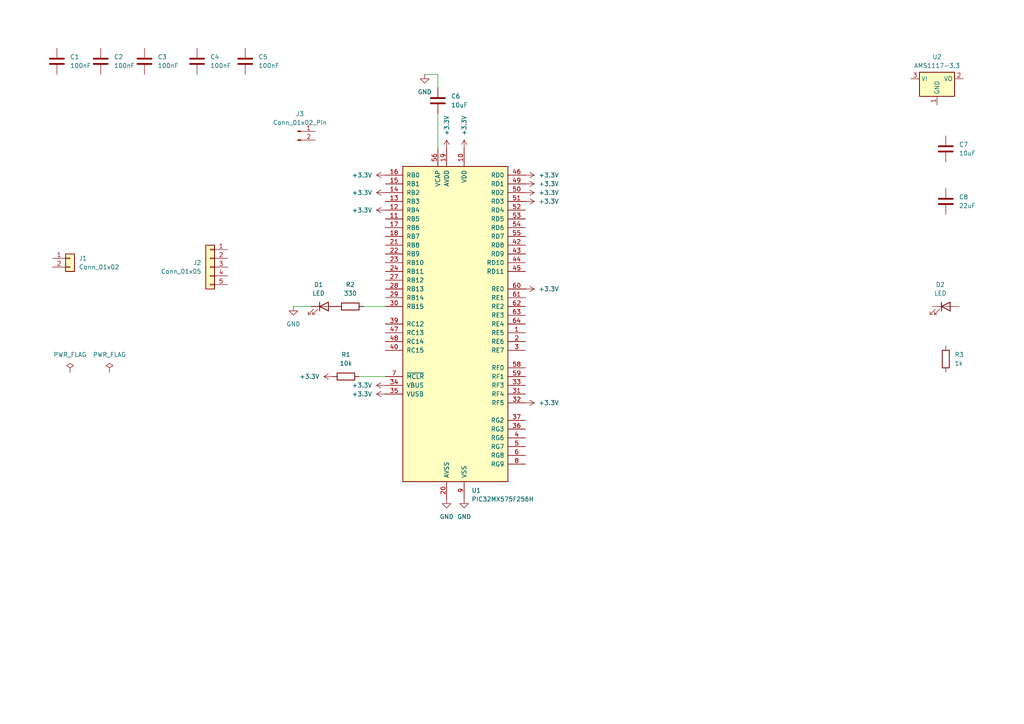
<source format=kicad_sch>
(kicad_sch
	(version 20250114)
	(generator "eeschema")
	(generator_version "9.0")
	(uuid "58a57a45-18dc-4e0b-a239-b98037a02a26")
	(paper "A4")
	(lib_symbols
		(symbol "Connector:Conn_01x02_Pin"
			(pin_names
				(offset 1.016)
				(hide yes)
			)
			(exclude_from_sim no)
			(in_bom yes)
			(on_board yes)
			(property "Reference" "J"
				(at 0 2.54 0)
				(effects
					(font
						(size 1.27 1.27)
					)
				)
			)
			(property "Value" "Conn_01x02_Pin"
				(at 0 -5.08 0)
				(effects
					(font
						(size 1.27 1.27)
					)
				)
			)
			(property "Footprint" ""
				(at 0 0 0)
				(effects
					(font
						(size 1.27 1.27)
					)
					(hide yes)
				)
			)
			(property "Datasheet" "~"
				(at 0 0 0)
				(effects
					(font
						(size 1.27 1.27)
					)
					(hide yes)
				)
			)
			(property "Description" "Generic connector, single row, 01x02, script generated"
				(at 0 0 0)
				(effects
					(font
						(size 1.27 1.27)
					)
					(hide yes)
				)
			)
			(property "ki_locked" ""
				(at 0 0 0)
				(effects
					(font
						(size 1.27 1.27)
					)
				)
			)
			(property "ki_keywords" "connector"
				(at 0 0 0)
				(effects
					(font
						(size 1.27 1.27)
					)
					(hide yes)
				)
			)
			(property "ki_fp_filters" "Connector*:*_1x??_*"
				(at 0 0 0)
				(effects
					(font
						(size 1.27 1.27)
					)
					(hide yes)
				)
			)
			(symbol "Conn_01x02_Pin_1_1"
				(rectangle
					(start 0.8636 0.127)
					(end 0 -0.127)
					(stroke
						(width 0.1524)
						(type default)
					)
					(fill
						(type outline)
					)
				)
				(rectangle
					(start 0.8636 -2.413)
					(end 0 -2.667)
					(stroke
						(width 0.1524)
						(type default)
					)
					(fill
						(type outline)
					)
				)
				(polyline
					(pts
						(xy 1.27 0) (xy 0.8636 0)
					)
					(stroke
						(width 0.1524)
						(type default)
					)
					(fill
						(type none)
					)
				)
				(polyline
					(pts
						(xy 1.27 -2.54) (xy 0.8636 -2.54)
					)
					(stroke
						(width 0.1524)
						(type default)
					)
					(fill
						(type none)
					)
				)
				(pin passive line
					(at 5.08 0 180)
					(length 3.81)
					(name "Pin_1"
						(effects
							(font
								(size 1.27 1.27)
							)
						)
					)
					(number "1"
						(effects
							(font
								(size 1.27 1.27)
							)
						)
					)
				)
				(pin passive line
					(at 5.08 -2.54 180)
					(length 3.81)
					(name "Pin_2"
						(effects
							(font
								(size 1.27 1.27)
							)
						)
					)
					(number "2"
						(effects
							(font
								(size 1.27 1.27)
							)
						)
					)
				)
			)
			(embedded_fonts no)
		)
		(symbol "Connector_Generic:Conn_01x02"
			(pin_names
				(offset 1.016)
				(hide yes)
			)
			(exclude_from_sim no)
			(in_bom yes)
			(on_board yes)
			(property "Reference" "J"
				(at 0 2.54 0)
				(effects
					(font
						(size 1.27 1.27)
					)
				)
			)
			(property "Value" "Conn_01x02"
				(at 0 -5.08 0)
				(effects
					(font
						(size 1.27 1.27)
					)
				)
			)
			(property "Footprint" ""
				(at 0 0 0)
				(effects
					(font
						(size 1.27 1.27)
					)
					(hide yes)
				)
			)
			(property "Datasheet" "~"
				(at 0 0 0)
				(effects
					(font
						(size 1.27 1.27)
					)
					(hide yes)
				)
			)
			(property "Description" "Generic connector, single row, 01x02, script generated (kicad-library-utils/schlib/autogen/connector/)"
				(at 0 0 0)
				(effects
					(font
						(size 1.27 1.27)
					)
					(hide yes)
				)
			)
			(property "ki_keywords" "connector"
				(at 0 0 0)
				(effects
					(font
						(size 1.27 1.27)
					)
					(hide yes)
				)
			)
			(property "ki_fp_filters" "Connector*:*_1x??_*"
				(at 0 0 0)
				(effects
					(font
						(size 1.27 1.27)
					)
					(hide yes)
				)
			)
			(symbol "Conn_01x02_1_1"
				(rectangle
					(start -1.27 1.27)
					(end 1.27 -3.81)
					(stroke
						(width 0.254)
						(type default)
					)
					(fill
						(type background)
					)
				)
				(rectangle
					(start -1.27 0.127)
					(end 0 -0.127)
					(stroke
						(width 0.1524)
						(type default)
					)
					(fill
						(type none)
					)
				)
				(rectangle
					(start -1.27 -2.413)
					(end 0 -2.667)
					(stroke
						(width 0.1524)
						(type default)
					)
					(fill
						(type none)
					)
				)
				(pin passive line
					(at -5.08 0 0)
					(length 3.81)
					(name "Pin_1"
						(effects
							(font
								(size 1.27 1.27)
							)
						)
					)
					(number "1"
						(effects
							(font
								(size 1.27 1.27)
							)
						)
					)
				)
				(pin passive line
					(at -5.08 -2.54 0)
					(length 3.81)
					(name "Pin_2"
						(effects
							(font
								(size 1.27 1.27)
							)
						)
					)
					(number "2"
						(effects
							(font
								(size 1.27 1.27)
							)
						)
					)
				)
			)
			(embedded_fonts no)
		)
		(symbol "Connector_Generic:Conn_01x05"
			(pin_names
				(offset 1.016)
				(hide yes)
			)
			(exclude_from_sim no)
			(in_bom yes)
			(on_board yes)
			(property "Reference" "J"
				(at 0 7.62 0)
				(effects
					(font
						(size 1.27 1.27)
					)
				)
			)
			(property "Value" "Conn_01x05"
				(at 0 -7.62 0)
				(effects
					(font
						(size 1.27 1.27)
					)
				)
			)
			(property "Footprint" ""
				(at 0 0 0)
				(effects
					(font
						(size 1.27 1.27)
					)
					(hide yes)
				)
			)
			(property "Datasheet" "~"
				(at 0 0 0)
				(effects
					(font
						(size 1.27 1.27)
					)
					(hide yes)
				)
			)
			(property "Description" "Generic connector, single row, 01x05, script generated (kicad-library-utils/schlib/autogen/connector/)"
				(at 0 0 0)
				(effects
					(font
						(size 1.27 1.27)
					)
					(hide yes)
				)
			)
			(property "ki_keywords" "connector"
				(at 0 0 0)
				(effects
					(font
						(size 1.27 1.27)
					)
					(hide yes)
				)
			)
			(property "ki_fp_filters" "Connector*:*_1x??_*"
				(at 0 0 0)
				(effects
					(font
						(size 1.27 1.27)
					)
					(hide yes)
				)
			)
			(symbol "Conn_01x05_1_1"
				(rectangle
					(start -1.27 6.35)
					(end 1.27 -6.35)
					(stroke
						(width 0.254)
						(type default)
					)
					(fill
						(type background)
					)
				)
				(rectangle
					(start -1.27 5.207)
					(end 0 4.953)
					(stroke
						(width 0.1524)
						(type default)
					)
					(fill
						(type none)
					)
				)
				(rectangle
					(start -1.27 2.667)
					(end 0 2.413)
					(stroke
						(width 0.1524)
						(type default)
					)
					(fill
						(type none)
					)
				)
				(rectangle
					(start -1.27 0.127)
					(end 0 -0.127)
					(stroke
						(width 0.1524)
						(type default)
					)
					(fill
						(type none)
					)
				)
				(rectangle
					(start -1.27 -2.413)
					(end 0 -2.667)
					(stroke
						(width 0.1524)
						(type default)
					)
					(fill
						(type none)
					)
				)
				(rectangle
					(start -1.27 -4.953)
					(end 0 -5.207)
					(stroke
						(width 0.1524)
						(type default)
					)
					(fill
						(type none)
					)
				)
				(pin passive line
					(at -5.08 5.08 0)
					(length 3.81)
					(name "Pin_1"
						(effects
							(font
								(size 1.27 1.27)
							)
						)
					)
					(number "1"
						(effects
							(font
								(size 1.27 1.27)
							)
						)
					)
				)
				(pin passive line
					(at -5.08 2.54 0)
					(length 3.81)
					(name "Pin_2"
						(effects
							(font
								(size 1.27 1.27)
							)
						)
					)
					(number "2"
						(effects
							(font
								(size 1.27 1.27)
							)
						)
					)
				)
				(pin passive line
					(at -5.08 0 0)
					(length 3.81)
					(name "Pin_3"
						(effects
							(font
								(size 1.27 1.27)
							)
						)
					)
					(number "3"
						(effects
							(font
								(size 1.27 1.27)
							)
						)
					)
				)
				(pin passive line
					(at -5.08 -2.54 0)
					(length 3.81)
					(name "Pin_4"
						(effects
							(font
								(size 1.27 1.27)
							)
						)
					)
					(number "4"
						(effects
							(font
								(size 1.27 1.27)
							)
						)
					)
				)
				(pin passive line
					(at -5.08 -5.08 0)
					(length 3.81)
					(name "Pin_5"
						(effects
							(font
								(size 1.27 1.27)
							)
						)
					)
					(number "5"
						(effects
							(font
								(size 1.27 1.27)
							)
						)
					)
				)
			)
			(embedded_fonts no)
		)
		(symbol "Device:C"
			(pin_numbers
				(hide yes)
			)
			(pin_names
				(offset 0.254)
			)
			(exclude_from_sim no)
			(in_bom yes)
			(on_board yes)
			(property "Reference" "C"
				(at 0.635 2.54 0)
				(effects
					(font
						(size 1.27 1.27)
					)
					(justify left)
				)
			)
			(property "Value" "C"
				(at 0.635 -2.54 0)
				(effects
					(font
						(size 1.27 1.27)
					)
					(justify left)
				)
			)
			(property "Footprint" ""
				(at 0.9652 -3.81 0)
				(effects
					(font
						(size 1.27 1.27)
					)
					(hide yes)
				)
			)
			(property "Datasheet" "~"
				(at 0 0 0)
				(effects
					(font
						(size 1.27 1.27)
					)
					(hide yes)
				)
			)
			(property "Description" "Unpolarized capacitor"
				(at 0 0 0)
				(effects
					(font
						(size 1.27 1.27)
					)
					(hide yes)
				)
			)
			(property "ki_keywords" "cap capacitor"
				(at 0 0 0)
				(effects
					(font
						(size 1.27 1.27)
					)
					(hide yes)
				)
			)
			(property "ki_fp_filters" "C_*"
				(at 0 0 0)
				(effects
					(font
						(size 1.27 1.27)
					)
					(hide yes)
				)
			)
			(symbol "C_0_1"
				(polyline
					(pts
						(xy -2.032 0.762) (xy 2.032 0.762)
					)
					(stroke
						(width 0.508)
						(type default)
					)
					(fill
						(type none)
					)
				)
				(polyline
					(pts
						(xy -2.032 -0.762) (xy 2.032 -0.762)
					)
					(stroke
						(width 0.508)
						(type default)
					)
					(fill
						(type none)
					)
				)
			)
			(symbol "C_1_1"
				(pin passive line
					(at 0 3.81 270)
					(length 2.794)
					(name "~"
						(effects
							(font
								(size 1.27 1.27)
							)
						)
					)
					(number "1"
						(effects
							(font
								(size 1.27 1.27)
							)
						)
					)
				)
				(pin passive line
					(at 0 -3.81 90)
					(length 2.794)
					(name "~"
						(effects
							(font
								(size 1.27 1.27)
							)
						)
					)
					(number "2"
						(effects
							(font
								(size 1.27 1.27)
							)
						)
					)
				)
			)
			(embedded_fonts no)
		)
		(symbol "Device:LED"
			(pin_numbers
				(hide yes)
			)
			(pin_names
				(offset 1.016)
				(hide yes)
			)
			(exclude_from_sim no)
			(in_bom yes)
			(on_board yes)
			(property "Reference" "D"
				(at 0 2.54 0)
				(effects
					(font
						(size 1.27 1.27)
					)
				)
			)
			(property "Value" "LED"
				(at 0 -2.54 0)
				(effects
					(font
						(size 1.27 1.27)
					)
				)
			)
			(property "Footprint" ""
				(at 0 0 0)
				(effects
					(font
						(size 1.27 1.27)
					)
					(hide yes)
				)
			)
			(property "Datasheet" "~"
				(at 0 0 0)
				(effects
					(font
						(size 1.27 1.27)
					)
					(hide yes)
				)
			)
			(property "Description" "Light emitting diode"
				(at 0 0 0)
				(effects
					(font
						(size 1.27 1.27)
					)
					(hide yes)
				)
			)
			(property "Sim.Pins" "1=K 2=A"
				(at 0 0 0)
				(effects
					(font
						(size 1.27 1.27)
					)
					(hide yes)
				)
			)
			(property "ki_keywords" "LED diode"
				(at 0 0 0)
				(effects
					(font
						(size 1.27 1.27)
					)
					(hide yes)
				)
			)
			(property "ki_fp_filters" "LED* LED_SMD:* LED_THT:*"
				(at 0 0 0)
				(effects
					(font
						(size 1.27 1.27)
					)
					(hide yes)
				)
			)
			(symbol "LED_0_1"
				(polyline
					(pts
						(xy -3.048 -0.762) (xy -4.572 -2.286) (xy -3.81 -2.286) (xy -4.572 -2.286) (xy -4.572 -1.524)
					)
					(stroke
						(width 0)
						(type default)
					)
					(fill
						(type none)
					)
				)
				(polyline
					(pts
						(xy -1.778 -0.762) (xy -3.302 -2.286) (xy -2.54 -2.286) (xy -3.302 -2.286) (xy -3.302 -1.524)
					)
					(stroke
						(width 0)
						(type default)
					)
					(fill
						(type none)
					)
				)
				(polyline
					(pts
						(xy -1.27 0) (xy 1.27 0)
					)
					(stroke
						(width 0)
						(type default)
					)
					(fill
						(type none)
					)
				)
				(polyline
					(pts
						(xy -1.27 -1.27) (xy -1.27 1.27)
					)
					(stroke
						(width 0.254)
						(type default)
					)
					(fill
						(type none)
					)
				)
				(polyline
					(pts
						(xy 1.27 -1.27) (xy 1.27 1.27) (xy -1.27 0) (xy 1.27 -1.27)
					)
					(stroke
						(width 0.254)
						(type default)
					)
					(fill
						(type none)
					)
				)
			)
			(symbol "LED_1_1"
				(pin passive line
					(at -3.81 0 0)
					(length 2.54)
					(name "K"
						(effects
							(font
								(size 1.27 1.27)
							)
						)
					)
					(number "1"
						(effects
							(font
								(size 1.27 1.27)
							)
						)
					)
				)
				(pin passive line
					(at 3.81 0 180)
					(length 2.54)
					(name "A"
						(effects
							(font
								(size 1.27 1.27)
							)
						)
					)
					(number "2"
						(effects
							(font
								(size 1.27 1.27)
							)
						)
					)
				)
			)
			(embedded_fonts no)
		)
		(symbol "Device:R"
			(pin_numbers
				(hide yes)
			)
			(pin_names
				(offset 0)
			)
			(exclude_from_sim no)
			(in_bom yes)
			(on_board yes)
			(property "Reference" "R"
				(at 2.032 0 90)
				(effects
					(font
						(size 1.27 1.27)
					)
				)
			)
			(property "Value" "R"
				(at 0 0 90)
				(effects
					(font
						(size 1.27 1.27)
					)
				)
			)
			(property "Footprint" ""
				(at -1.778 0 90)
				(effects
					(font
						(size 1.27 1.27)
					)
					(hide yes)
				)
			)
			(property "Datasheet" "~"
				(at 0 0 0)
				(effects
					(font
						(size 1.27 1.27)
					)
					(hide yes)
				)
			)
			(property "Description" "Resistor"
				(at 0 0 0)
				(effects
					(font
						(size 1.27 1.27)
					)
					(hide yes)
				)
			)
			(property "ki_keywords" "R res resistor"
				(at 0 0 0)
				(effects
					(font
						(size 1.27 1.27)
					)
					(hide yes)
				)
			)
			(property "ki_fp_filters" "R_*"
				(at 0 0 0)
				(effects
					(font
						(size 1.27 1.27)
					)
					(hide yes)
				)
			)
			(symbol "R_0_1"
				(rectangle
					(start -1.016 -2.54)
					(end 1.016 2.54)
					(stroke
						(width 0.254)
						(type default)
					)
					(fill
						(type none)
					)
				)
			)
			(symbol "R_1_1"
				(pin passive line
					(at 0 3.81 270)
					(length 1.27)
					(name "~"
						(effects
							(font
								(size 1.27 1.27)
							)
						)
					)
					(number "1"
						(effects
							(font
								(size 1.27 1.27)
							)
						)
					)
				)
				(pin passive line
					(at 0 -3.81 90)
					(length 1.27)
					(name "~"
						(effects
							(font
								(size 1.27 1.27)
							)
						)
					)
					(number "2"
						(effects
							(font
								(size 1.27 1.27)
							)
						)
					)
				)
			)
			(embedded_fonts no)
		)
		(symbol "MCU_Microchip_PIC32:PIC32MX575F256H"
			(pin_names
				(offset 1.016)
			)
			(exclude_from_sim no)
			(in_bom yes)
			(on_board yes)
			(property "Reference" "U"
				(at 6.35 50.8 0)
				(effects
					(font
						(size 1.27 1.27)
					)
					(justify right)
				)
			)
			(property "Value" "PIC32MX575F256H"
				(at 21.59 48.26 0)
				(effects
					(font
						(size 1.27 1.27)
					)
					(justify right)
				)
			)
			(property "Footprint" ""
				(at 0 0 0)
				(effects
					(font
						(size 1.27 1.27)
						(italic yes)
					)
					(justify left)
					(hide yes)
				)
			)
			(property "Datasheet" "http://ww1.microchip.com/downloads/en/DeviceDoc/61156G.pdf"
				(at 0 0 0)
				(effects
					(font
						(size 1.27 1.27)
					)
					(hide yes)
				)
			)
			(property "Description" "32-bit Microcontrollers (64KB Flash and 16KB SRAM TQFP-64 QFN-64) USB, CAN and Ethernet"
				(at 0 0 0)
				(effects
					(font
						(size 1.27 1.27)
					)
					(hide yes)
				)
			)
			(property "ki_keywords" "Microchip PIC32 Microcontroller MIPS"
				(at 0 0 0)
				(effects
					(font
						(size 1.27 1.27)
					)
					(hide yes)
				)
			)
			(property "ki_fp_filters" "Package*QFP:QFP*10x10mm*P0.5mm* Package*DFN*QFN:QFN*1EP*9x9mm*P0.5mm*"
				(at 0 0 0)
				(effects
					(font
						(size 1.27 1.27)
					)
					(hide yes)
				)
			)
			(symbol "PIC32MX575F256H_0_1"
				(rectangle
					(start -15.24 45.72)
					(end 15.24 -45.72)
					(stroke
						(width 0.254)
						(type default)
					)
					(fill
						(type background)
					)
				)
			)
			(symbol "PIC32MX575F256H_1_1"
				(pin bidirectional line
					(at -20.32 43.18 0)
					(length 5.08)
					(name "RB0"
						(effects
							(font
								(size 1.27 1.27)
							)
						)
					)
					(number "16"
						(effects
							(font
								(size 1.27 1.27)
							)
						)
					)
				)
				(pin bidirectional line
					(at -20.32 40.64 0)
					(length 5.08)
					(name "RB1"
						(effects
							(font
								(size 1.27 1.27)
							)
						)
					)
					(number "15"
						(effects
							(font
								(size 1.27 1.27)
							)
						)
					)
				)
				(pin bidirectional line
					(at -20.32 38.1 0)
					(length 5.08)
					(name "RB2"
						(effects
							(font
								(size 1.27 1.27)
							)
						)
					)
					(number "14"
						(effects
							(font
								(size 1.27 1.27)
							)
						)
					)
				)
				(pin bidirectional line
					(at -20.32 35.56 0)
					(length 5.08)
					(name "RB3"
						(effects
							(font
								(size 1.27 1.27)
							)
						)
					)
					(number "13"
						(effects
							(font
								(size 1.27 1.27)
							)
						)
					)
				)
				(pin bidirectional line
					(at -20.32 33.02 0)
					(length 5.08)
					(name "RB4"
						(effects
							(font
								(size 1.27 1.27)
							)
						)
					)
					(number "12"
						(effects
							(font
								(size 1.27 1.27)
							)
						)
					)
				)
				(pin bidirectional line
					(at -20.32 30.48 0)
					(length 5.08)
					(name "RB5"
						(effects
							(font
								(size 1.27 1.27)
							)
						)
					)
					(number "11"
						(effects
							(font
								(size 1.27 1.27)
							)
						)
					)
				)
				(pin bidirectional line
					(at -20.32 27.94 0)
					(length 5.08)
					(name "RB6"
						(effects
							(font
								(size 1.27 1.27)
							)
						)
					)
					(number "17"
						(effects
							(font
								(size 1.27 1.27)
							)
						)
					)
				)
				(pin bidirectional line
					(at -20.32 25.4 0)
					(length 5.08)
					(name "RB7"
						(effects
							(font
								(size 1.27 1.27)
							)
						)
					)
					(number "18"
						(effects
							(font
								(size 1.27 1.27)
							)
						)
					)
				)
				(pin bidirectional line
					(at -20.32 22.86 0)
					(length 5.08)
					(name "RB8"
						(effects
							(font
								(size 1.27 1.27)
							)
						)
					)
					(number "21"
						(effects
							(font
								(size 1.27 1.27)
							)
						)
					)
				)
				(pin bidirectional line
					(at -20.32 20.32 0)
					(length 5.08)
					(name "RB9"
						(effects
							(font
								(size 1.27 1.27)
							)
						)
					)
					(number "22"
						(effects
							(font
								(size 1.27 1.27)
							)
						)
					)
				)
				(pin bidirectional line
					(at -20.32 17.78 0)
					(length 5.08)
					(name "RB10"
						(effects
							(font
								(size 1.27 1.27)
							)
						)
					)
					(number "23"
						(effects
							(font
								(size 1.27 1.27)
							)
						)
					)
				)
				(pin bidirectional line
					(at -20.32 15.24 0)
					(length 5.08)
					(name "RB11"
						(effects
							(font
								(size 1.27 1.27)
							)
						)
					)
					(number "24"
						(effects
							(font
								(size 1.27 1.27)
							)
						)
					)
				)
				(pin bidirectional line
					(at -20.32 12.7 0)
					(length 5.08)
					(name "RB12"
						(effects
							(font
								(size 1.27 1.27)
							)
						)
					)
					(number "27"
						(effects
							(font
								(size 1.27 1.27)
							)
						)
					)
				)
				(pin bidirectional line
					(at -20.32 10.16 0)
					(length 5.08)
					(name "RB13"
						(effects
							(font
								(size 1.27 1.27)
							)
						)
					)
					(number "28"
						(effects
							(font
								(size 1.27 1.27)
							)
						)
					)
				)
				(pin bidirectional line
					(at -20.32 7.62 0)
					(length 5.08)
					(name "RB14"
						(effects
							(font
								(size 1.27 1.27)
							)
						)
					)
					(number "29"
						(effects
							(font
								(size 1.27 1.27)
							)
						)
					)
				)
				(pin bidirectional line
					(at -20.32 5.08 0)
					(length 5.08)
					(name "RB15"
						(effects
							(font
								(size 1.27 1.27)
							)
						)
					)
					(number "30"
						(effects
							(font
								(size 1.27 1.27)
							)
						)
					)
				)
				(pin bidirectional line
					(at -20.32 0 0)
					(length 5.08)
					(name "RC12"
						(effects
							(font
								(size 1.27 1.27)
							)
						)
					)
					(number "39"
						(effects
							(font
								(size 1.27 1.27)
							)
						)
					)
				)
				(pin bidirectional line
					(at -20.32 -2.54 0)
					(length 5.08)
					(name "RC13"
						(effects
							(font
								(size 1.27 1.27)
							)
						)
					)
					(number "47"
						(effects
							(font
								(size 1.27 1.27)
							)
						)
					)
				)
				(pin bidirectional line
					(at -20.32 -5.08 0)
					(length 5.08)
					(name "RC14"
						(effects
							(font
								(size 1.27 1.27)
							)
						)
					)
					(number "48"
						(effects
							(font
								(size 1.27 1.27)
							)
						)
					)
				)
				(pin bidirectional line
					(at -20.32 -7.62 0)
					(length 5.08)
					(name "RC15"
						(effects
							(font
								(size 1.27 1.27)
							)
						)
					)
					(number "40"
						(effects
							(font
								(size 1.27 1.27)
							)
						)
					)
				)
				(pin input line
					(at -20.32 -15.24 0)
					(length 5.08)
					(name "~{MCLR}"
						(effects
							(font
								(size 1.27 1.27)
							)
						)
					)
					(number "7"
						(effects
							(font
								(size 1.27 1.27)
							)
						)
					)
				)
				(pin input line
					(at -20.32 -17.78 0)
					(length 5.08)
					(name "VBUS"
						(effects
							(font
								(size 1.27 1.27)
							)
						)
					)
					(number "34"
						(effects
							(font
								(size 1.27 1.27)
							)
						)
					)
				)
				(pin power_in line
					(at -20.32 -20.32 0)
					(length 5.08)
					(name "VUSB"
						(effects
							(font
								(size 1.27 1.27)
							)
						)
					)
					(number "35"
						(effects
							(font
								(size 1.27 1.27)
							)
						)
					)
				)
				(pin power_out line
					(at -5.08 50.8 270)
					(length 5.08)
					(name "VCAP"
						(effects
							(font
								(size 1.27 1.27)
							)
						)
					)
					(number "56"
						(effects
							(font
								(size 1.27 1.27)
							)
						)
					)
				)
				(pin power_in line
					(at -2.54 50.8 270)
					(length 5.08)
					(name "AVDD"
						(effects
							(font
								(size 1.27 1.27)
							)
						)
					)
					(number "19"
						(effects
							(font
								(size 1.27 1.27)
							)
						)
					)
				)
				(pin power_in line
					(at -2.54 -50.8 90)
					(length 5.08)
					(name "AVSS"
						(effects
							(font
								(size 1.27 1.27)
							)
						)
					)
					(number "20"
						(effects
							(font
								(size 1.27 1.27)
							)
						)
					)
				)
				(pin power_in line
					(at 2.54 50.8 270)
					(length 5.08)
					(name "VDD"
						(effects
							(font
								(size 1.27 1.27)
							)
						)
					)
					(number "10"
						(effects
							(font
								(size 1.27 1.27)
							)
						)
					)
				)
				(pin passive line
					(at 2.54 50.8 270)
					(length 5.08)
					(hide yes)
					(name "VDD"
						(effects
							(font
								(size 1.27 1.27)
							)
						)
					)
					(number "26"
						(effects
							(font
								(size 1.27 1.27)
							)
						)
					)
				)
				(pin passive line
					(at 2.54 50.8 270)
					(length 5.08)
					(hide yes)
					(name "VDD"
						(effects
							(font
								(size 1.27 1.27)
							)
						)
					)
					(number "38"
						(effects
							(font
								(size 1.27 1.27)
							)
						)
					)
				)
				(pin passive line
					(at 2.54 50.8 270)
					(length 5.08)
					(hide yes)
					(name "VDD"
						(effects
							(font
								(size 1.27 1.27)
							)
						)
					)
					(number "57"
						(effects
							(font
								(size 1.27 1.27)
							)
						)
					)
				)
				(pin passive line
					(at 2.54 -50.8 90)
					(length 5.08)
					(hide yes)
					(name "VSS"
						(effects
							(font
								(size 1.27 1.27)
							)
						)
					)
					(number "25"
						(effects
							(font
								(size 1.27 1.27)
							)
						)
					)
				)
				(pin passive line
					(at 2.54 -50.8 90)
					(length 5.08)
					(hide yes)
					(name "VSS"
						(effects
							(font
								(size 1.27 1.27)
							)
						)
					)
					(number "41"
						(effects
							(font
								(size 1.27 1.27)
							)
						)
					)
				)
				(pin power_in line
					(at 2.54 -50.8 90)
					(length 5.08)
					(name "VSS"
						(effects
							(font
								(size 1.27 1.27)
							)
						)
					)
					(number "9"
						(effects
							(font
								(size 1.27 1.27)
							)
						)
					)
				)
				(pin bidirectional line
					(at 20.32 43.18 180)
					(length 5.08)
					(name "RD0"
						(effects
							(font
								(size 1.27 1.27)
							)
						)
					)
					(number "46"
						(effects
							(font
								(size 1.27 1.27)
							)
						)
					)
				)
				(pin bidirectional line
					(at 20.32 40.64 180)
					(length 5.08)
					(name "RD1"
						(effects
							(font
								(size 1.27 1.27)
							)
						)
					)
					(number "49"
						(effects
							(font
								(size 1.27 1.27)
							)
						)
					)
				)
				(pin bidirectional line
					(at 20.32 38.1 180)
					(length 5.08)
					(name "RD2"
						(effects
							(font
								(size 1.27 1.27)
							)
						)
					)
					(number "50"
						(effects
							(font
								(size 1.27 1.27)
							)
						)
					)
				)
				(pin bidirectional line
					(at 20.32 35.56 180)
					(length 5.08)
					(name "RD3"
						(effects
							(font
								(size 1.27 1.27)
							)
						)
					)
					(number "51"
						(effects
							(font
								(size 1.27 1.27)
							)
						)
					)
				)
				(pin bidirectional line
					(at 20.32 33.02 180)
					(length 5.08)
					(name "RD4"
						(effects
							(font
								(size 1.27 1.27)
							)
						)
					)
					(number "52"
						(effects
							(font
								(size 1.27 1.27)
							)
						)
					)
				)
				(pin bidirectional line
					(at 20.32 30.48 180)
					(length 5.08)
					(name "RD5"
						(effects
							(font
								(size 1.27 1.27)
							)
						)
					)
					(number "53"
						(effects
							(font
								(size 1.27 1.27)
							)
						)
					)
				)
				(pin bidirectional line
					(at 20.32 27.94 180)
					(length 5.08)
					(name "RD6"
						(effects
							(font
								(size 1.27 1.27)
							)
						)
					)
					(number "54"
						(effects
							(font
								(size 1.27 1.27)
							)
						)
					)
				)
				(pin bidirectional line
					(at 20.32 25.4 180)
					(length 5.08)
					(name "RD7"
						(effects
							(font
								(size 1.27 1.27)
							)
						)
					)
					(number "55"
						(effects
							(font
								(size 1.27 1.27)
							)
						)
					)
				)
				(pin bidirectional line
					(at 20.32 22.86 180)
					(length 5.08)
					(name "RD8"
						(effects
							(font
								(size 1.27 1.27)
							)
						)
					)
					(number "42"
						(effects
							(font
								(size 1.27 1.27)
							)
						)
					)
				)
				(pin bidirectional line
					(at 20.32 20.32 180)
					(length 5.08)
					(name "RD9"
						(effects
							(font
								(size 1.27 1.27)
							)
						)
					)
					(number "43"
						(effects
							(font
								(size 1.27 1.27)
							)
						)
					)
				)
				(pin bidirectional line
					(at 20.32 17.78 180)
					(length 5.08)
					(name "RD10"
						(effects
							(font
								(size 1.27 1.27)
							)
						)
					)
					(number "44"
						(effects
							(font
								(size 1.27 1.27)
							)
						)
					)
				)
				(pin bidirectional line
					(at 20.32 15.24 180)
					(length 5.08)
					(name "RD11"
						(effects
							(font
								(size 1.27 1.27)
							)
						)
					)
					(number "45"
						(effects
							(font
								(size 1.27 1.27)
							)
						)
					)
				)
				(pin bidirectional line
					(at 20.32 10.16 180)
					(length 5.08)
					(name "RE0"
						(effects
							(font
								(size 1.27 1.27)
							)
						)
					)
					(number "60"
						(effects
							(font
								(size 1.27 1.27)
							)
						)
					)
				)
				(pin bidirectional line
					(at 20.32 7.62 180)
					(length 5.08)
					(name "RE1"
						(effects
							(font
								(size 1.27 1.27)
							)
						)
					)
					(number "61"
						(effects
							(font
								(size 1.27 1.27)
							)
						)
					)
				)
				(pin bidirectional line
					(at 20.32 5.08 180)
					(length 5.08)
					(name "RE2"
						(effects
							(font
								(size 1.27 1.27)
							)
						)
					)
					(number "62"
						(effects
							(font
								(size 1.27 1.27)
							)
						)
					)
				)
				(pin bidirectional line
					(at 20.32 2.54 180)
					(length 5.08)
					(name "RE3"
						(effects
							(font
								(size 1.27 1.27)
							)
						)
					)
					(number "63"
						(effects
							(font
								(size 1.27 1.27)
							)
						)
					)
				)
				(pin bidirectional line
					(at 20.32 0 180)
					(length 5.08)
					(name "RE4"
						(effects
							(font
								(size 1.27 1.27)
							)
						)
					)
					(number "64"
						(effects
							(font
								(size 1.27 1.27)
							)
						)
					)
				)
				(pin bidirectional line
					(at 20.32 -2.54 180)
					(length 5.08)
					(name "RE5"
						(effects
							(font
								(size 1.27 1.27)
							)
						)
					)
					(number "1"
						(effects
							(font
								(size 1.27 1.27)
							)
						)
					)
				)
				(pin bidirectional line
					(at 20.32 -5.08 180)
					(length 5.08)
					(name "RE6"
						(effects
							(font
								(size 1.27 1.27)
							)
						)
					)
					(number "2"
						(effects
							(font
								(size 1.27 1.27)
							)
						)
					)
				)
				(pin bidirectional line
					(at 20.32 -7.62 180)
					(length 5.08)
					(name "RE7"
						(effects
							(font
								(size 1.27 1.27)
							)
						)
					)
					(number "3"
						(effects
							(font
								(size 1.27 1.27)
							)
						)
					)
				)
				(pin bidirectional line
					(at 20.32 -12.7 180)
					(length 5.08)
					(name "RF0"
						(effects
							(font
								(size 1.27 1.27)
							)
						)
					)
					(number "58"
						(effects
							(font
								(size 1.27 1.27)
							)
						)
					)
				)
				(pin bidirectional line
					(at 20.32 -15.24 180)
					(length 5.08)
					(name "RF1"
						(effects
							(font
								(size 1.27 1.27)
							)
						)
					)
					(number "59"
						(effects
							(font
								(size 1.27 1.27)
							)
						)
					)
				)
				(pin bidirectional line
					(at 20.32 -17.78 180)
					(length 5.08)
					(name "RF3"
						(effects
							(font
								(size 1.27 1.27)
							)
						)
					)
					(number "33"
						(effects
							(font
								(size 1.27 1.27)
							)
						)
					)
				)
				(pin bidirectional line
					(at 20.32 -20.32 180)
					(length 5.08)
					(name "RF4"
						(effects
							(font
								(size 1.27 1.27)
							)
						)
					)
					(number "31"
						(effects
							(font
								(size 1.27 1.27)
							)
						)
					)
				)
				(pin bidirectional line
					(at 20.32 -22.86 180)
					(length 5.08)
					(name "RF5"
						(effects
							(font
								(size 1.27 1.27)
							)
						)
					)
					(number "32"
						(effects
							(font
								(size 1.27 1.27)
							)
						)
					)
				)
				(pin bidirectional line
					(at 20.32 -27.94 180)
					(length 5.08)
					(name "RG2"
						(effects
							(font
								(size 1.27 1.27)
							)
						)
					)
					(number "37"
						(effects
							(font
								(size 1.27 1.27)
							)
						)
					)
				)
				(pin bidirectional line
					(at 20.32 -30.48 180)
					(length 5.08)
					(name "RG3"
						(effects
							(font
								(size 1.27 1.27)
							)
						)
					)
					(number "36"
						(effects
							(font
								(size 1.27 1.27)
							)
						)
					)
				)
				(pin bidirectional line
					(at 20.32 -33.02 180)
					(length 5.08)
					(name "RG6"
						(effects
							(font
								(size 1.27 1.27)
							)
						)
					)
					(number "4"
						(effects
							(font
								(size 1.27 1.27)
							)
						)
					)
				)
				(pin bidirectional line
					(at 20.32 -35.56 180)
					(length 5.08)
					(name "RG7"
						(effects
							(font
								(size 1.27 1.27)
							)
						)
					)
					(number "5"
						(effects
							(font
								(size 1.27 1.27)
							)
						)
					)
				)
				(pin bidirectional line
					(at 20.32 -38.1 180)
					(length 5.08)
					(name "RG8"
						(effects
							(font
								(size 1.27 1.27)
							)
						)
					)
					(number "6"
						(effects
							(font
								(size 1.27 1.27)
							)
						)
					)
				)
				(pin bidirectional line
					(at 20.32 -40.64 180)
					(length 5.08)
					(name "RG9"
						(effects
							(font
								(size 1.27 1.27)
							)
						)
					)
					(number "8"
						(effects
							(font
								(size 1.27 1.27)
							)
						)
					)
				)
			)
			(embedded_fonts no)
		)
		(symbol "Regulator_Linear:AMS1117-3.3"
			(exclude_from_sim no)
			(in_bom yes)
			(on_board yes)
			(property "Reference" "U"
				(at -3.81 3.175 0)
				(effects
					(font
						(size 1.27 1.27)
					)
				)
			)
			(property "Value" "AMS1117-3.3"
				(at 0 3.175 0)
				(effects
					(font
						(size 1.27 1.27)
					)
					(justify left)
				)
			)
			(property "Footprint" "Package_TO_SOT_SMD:SOT-223-3_TabPin2"
				(at 0 5.08 0)
				(effects
					(font
						(size 1.27 1.27)
					)
					(hide yes)
				)
			)
			(property "Datasheet" "http://www.advanced-monolithic.com/pdf/ds1117.pdf"
				(at 2.54 -6.35 0)
				(effects
					(font
						(size 1.27 1.27)
					)
					(hide yes)
				)
			)
			(property "Description" "1A Low Dropout regulator, positive, 3.3V fixed output, SOT-223"
				(at 0 0 0)
				(effects
					(font
						(size 1.27 1.27)
					)
					(hide yes)
				)
			)
			(property "ki_keywords" "linear regulator ldo fixed positive"
				(at 0 0 0)
				(effects
					(font
						(size 1.27 1.27)
					)
					(hide yes)
				)
			)
			(property "ki_fp_filters" "SOT?223*TabPin2*"
				(at 0 0 0)
				(effects
					(font
						(size 1.27 1.27)
					)
					(hide yes)
				)
			)
			(symbol "AMS1117-3.3_0_1"
				(rectangle
					(start -5.08 -5.08)
					(end 5.08 1.905)
					(stroke
						(width 0.254)
						(type default)
					)
					(fill
						(type background)
					)
				)
			)
			(symbol "AMS1117-3.3_1_1"
				(pin power_in line
					(at -7.62 0 0)
					(length 2.54)
					(name "VI"
						(effects
							(font
								(size 1.27 1.27)
							)
						)
					)
					(number "3"
						(effects
							(font
								(size 1.27 1.27)
							)
						)
					)
				)
				(pin power_in line
					(at 0 -7.62 90)
					(length 2.54)
					(name "GND"
						(effects
							(font
								(size 1.27 1.27)
							)
						)
					)
					(number "1"
						(effects
							(font
								(size 1.27 1.27)
							)
						)
					)
				)
				(pin power_out line
					(at 7.62 0 180)
					(length 2.54)
					(name "VO"
						(effects
							(font
								(size 1.27 1.27)
							)
						)
					)
					(number "2"
						(effects
							(font
								(size 1.27 1.27)
							)
						)
					)
				)
			)
			(embedded_fonts no)
		)
		(symbol "power:+3.3V"
			(power)
			(pin_numbers
				(hide yes)
			)
			(pin_names
				(offset 0)
				(hide yes)
			)
			(exclude_from_sim no)
			(in_bom yes)
			(on_board yes)
			(property "Reference" "#PWR"
				(at 0 -3.81 0)
				(effects
					(font
						(size 1.27 1.27)
					)
					(hide yes)
				)
			)
			(property "Value" "+3.3V"
				(at 0 3.556 0)
				(effects
					(font
						(size 1.27 1.27)
					)
				)
			)
			(property "Footprint" ""
				(at 0 0 0)
				(effects
					(font
						(size 1.27 1.27)
					)
					(hide yes)
				)
			)
			(property "Datasheet" ""
				(at 0 0 0)
				(effects
					(font
						(size 1.27 1.27)
					)
					(hide yes)
				)
			)
			(property "Description" "Power symbol creates a global label with name \"+3.3V\""
				(at 0 0 0)
				(effects
					(font
						(size 1.27 1.27)
					)
					(hide yes)
				)
			)
			(property "ki_keywords" "global power"
				(at 0 0 0)
				(effects
					(font
						(size 1.27 1.27)
					)
					(hide yes)
				)
			)
			(symbol "+3.3V_0_1"
				(polyline
					(pts
						(xy -0.762 1.27) (xy 0 2.54)
					)
					(stroke
						(width 0)
						(type default)
					)
					(fill
						(type none)
					)
				)
				(polyline
					(pts
						(xy 0 2.54) (xy 0.762 1.27)
					)
					(stroke
						(width 0)
						(type default)
					)
					(fill
						(type none)
					)
				)
				(polyline
					(pts
						(xy 0 0) (xy 0 2.54)
					)
					(stroke
						(width 0)
						(type default)
					)
					(fill
						(type none)
					)
				)
			)
			(symbol "+3.3V_1_1"
				(pin power_in line
					(at 0 0 90)
					(length 0)
					(name "~"
						(effects
							(font
								(size 1.27 1.27)
							)
						)
					)
					(number "1"
						(effects
							(font
								(size 1.27 1.27)
							)
						)
					)
				)
			)
			(embedded_fonts no)
		)
		(symbol "power:GND"
			(power)
			(pin_numbers
				(hide yes)
			)
			(pin_names
				(offset 0)
				(hide yes)
			)
			(exclude_from_sim no)
			(in_bom yes)
			(on_board yes)
			(property "Reference" "#PWR"
				(at 0 -6.35 0)
				(effects
					(font
						(size 1.27 1.27)
					)
					(hide yes)
				)
			)
			(property "Value" "GND"
				(at 0 -3.81 0)
				(effects
					(font
						(size 1.27 1.27)
					)
				)
			)
			(property "Footprint" ""
				(at 0 0 0)
				(effects
					(font
						(size 1.27 1.27)
					)
					(hide yes)
				)
			)
			(property "Datasheet" ""
				(at 0 0 0)
				(effects
					(font
						(size 1.27 1.27)
					)
					(hide yes)
				)
			)
			(property "Description" "Power symbol creates a global label with name \"GND\" , ground"
				(at 0 0 0)
				(effects
					(font
						(size 1.27 1.27)
					)
					(hide yes)
				)
			)
			(property "ki_keywords" "global power"
				(at 0 0 0)
				(effects
					(font
						(size 1.27 1.27)
					)
					(hide yes)
				)
			)
			(symbol "GND_0_1"
				(polyline
					(pts
						(xy 0 0) (xy 0 -1.27) (xy 1.27 -1.27) (xy 0 -2.54) (xy -1.27 -1.27) (xy 0 -1.27)
					)
					(stroke
						(width 0)
						(type default)
					)
					(fill
						(type none)
					)
				)
			)
			(symbol "GND_1_1"
				(pin power_in line
					(at 0 0 270)
					(length 0)
					(name "~"
						(effects
							(font
								(size 1.27 1.27)
							)
						)
					)
					(number "1"
						(effects
							(font
								(size 1.27 1.27)
							)
						)
					)
				)
			)
			(embedded_fonts no)
		)
		(symbol "power:PWR_FLAG"
			(power)
			(pin_numbers
				(hide yes)
			)
			(pin_names
				(offset 0)
				(hide yes)
			)
			(exclude_from_sim no)
			(in_bom yes)
			(on_board yes)
			(property "Reference" "#FLG"
				(at 0 1.905 0)
				(effects
					(font
						(size 1.27 1.27)
					)
					(hide yes)
				)
			)
			(property "Value" "PWR_FLAG"
				(at 0 3.81 0)
				(effects
					(font
						(size 1.27 1.27)
					)
				)
			)
			(property "Footprint" ""
				(at 0 0 0)
				(effects
					(font
						(size 1.27 1.27)
					)
					(hide yes)
				)
			)
			(property "Datasheet" "~"
				(at 0 0 0)
				(effects
					(font
						(size 1.27 1.27)
					)
					(hide yes)
				)
			)
			(property "Description" "Special symbol for telling ERC where power comes from"
				(at 0 0 0)
				(effects
					(font
						(size 1.27 1.27)
					)
					(hide yes)
				)
			)
			(property "ki_keywords" "flag power"
				(at 0 0 0)
				(effects
					(font
						(size 1.27 1.27)
					)
					(hide yes)
				)
			)
			(symbol "PWR_FLAG_0_0"
				(pin power_out line
					(at 0 0 90)
					(length 0)
					(name "~"
						(effects
							(font
								(size 1.27 1.27)
							)
						)
					)
					(number "1"
						(effects
							(font
								(size 1.27 1.27)
							)
						)
					)
				)
			)
			(symbol "PWR_FLAG_0_1"
				(polyline
					(pts
						(xy 0 0) (xy 0 1.27) (xy -1.016 1.905) (xy 0 2.54) (xy 1.016 1.905) (xy 0 1.27)
					)
					(stroke
						(width 0)
						(type default)
					)
					(fill
						(type none)
					)
				)
			)
			(embedded_fonts no)
		)
	)
	(wire
		(pts
			(xy 127 21.59) (xy 127 25.4)
		)
		(stroke
			(width 0)
			(type default)
		)
		(uuid "3a26e849-1f6f-4e2d-99d1-a413fa4707a1")
	)
	(wire
		(pts
			(xy 127 33.02) (xy 127 43.18)
		)
		(stroke
			(width 0)
			(type default)
		)
		(uuid "9242ddc8-302c-41c9-bb11-24c175a1ae1c")
	)
	(wire
		(pts
			(xy 104.14 109.22) (xy 111.76 109.22)
		)
		(stroke
			(width 0)
			(type default)
		)
		(uuid "9a0b91ab-9ea2-42c3-b6e6-44f46f1fd3fe")
	)
	(wire
		(pts
			(xy 85.09 88.9) (xy 90.17 88.9)
		)
		(stroke
			(width 0)
			(type default)
		)
		(uuid "b5ad6123-40c8-46d7-911c-d3abf5e5deb9")
	)
	(wire
		(pts
			(xy 123.19 21.59) (xy 127 21.59)
		)
		(stroke
			(width 0)
			(type default)
		)
		(uuid "e05073a8-46d0-4969-bdf5-498d7e77297d")
	)
	(wire
		(pts
			(xy 105.41 88.9) (xy 111.76 88.9)
		)
		(stroke
			(width 0)
			(type default)
		)
		(uuid "e7ad7d33-4dab-46b6-ad28-3afe9070e96c")
	)
	(symbol
		(lib_id "power:+3.3V")
		(at 152.4 116.84 270)
		(mirror x)
		(unit 1)
		(exclude_from_sim no)
		(in_bom yes)
		(on_board yes)
		(dnp no)
		(uuid "051904c8-d65a-4617-8be0-9cf0b75e4344")
		(property "Reference" "#PWR09"
			(at 148.59 116.84 0)
			(effects
				(font
					(size 1.27 1.27)
				)
				(hide yes)
			)
		)
		(property "Value" "+3.3V"
			(at 156.21 116.8399 90)
			(effects
				(font
					(size 1.27 1.27)
				)
				(justify left)
			)
		)
		(property "Footprint" ""
			(at 152.4 116.84 0)
			(effects
				(font
					(size 1.27 1.27)
				)
				(hide yes)
			)
		)
		(property "Datasheet" ""
			(at 152.4 116.84 0)
			(effects
				(font
					(size 1.27 1.27)
				)
				(hide yes)
			)
		)
		(property "Description" "Power symbol creates a global label with name \"+3.3V\""
			(at 152.4 116.84 0)
			(effects
				(font
					(size 1.27 1.27)
				)
				(hide yes)
			)
		)
		(pin "1"
			(uuid "be6be518-979d-4c4f-9e0f-5f1c15fc9c36")
		)
		(instances
			(project "PIC32 LED Example"
				(path "/58a57a45-18dc-4e0b-a239-b98037a02a26"
					(reference "#PWR09")
					(unit 1)
				)
			)
		)
	)
	(symbol
		(lib_id "Device:C")
		(at 127 29.21 0)
		(unit 1)
		(exclude_from_sim no)
		(in_bom yes)
		(on_board yes)
		(dnp no)
		(fields_autoplaced yes)
		(uuid "082aaa4b-09a5-4bc3-86fa-748c06612c26")
		(property "Reference" "C6"
			(at 130.81 27.9399 0)
			(effects
				(font
					(size 1.27 1.27)
				)
				(justify left)
			)
		)
		(property "Value" "10uF"
			(at 130.81 30.4799 0)
			(effects
				(font
					(size 1.27 1.27)
				)
				(justify left)
			)
		)
		(property "Footprint" ""
			(at 127.9652 33.02 0)
			(effects
				(font
					(size 1.27 1.27)
				)
				(hide yes)
			)
		)
		(property "Datasheet" "~"
			(at 127 29.21 0)
			(effects
				(font
					(size 1.27 1.27)
				)
				(hide yes)
			)
		)
		(property "Description" "Unpolarized capacitor"
			(at 127 29.21 0)
			(effects
				(font
					(size 1.27 1.27)
				)
				(hide yes)
			)
		)
		(pin "2"
			(uuid "483f1156-a2fe-4e15-a555-b374248a891d")
		)
		(pin "1"
			(uuid "0d1d3891-f7c3-4f45-9492-7d1dd81785e4")
		)
		(instances
			(project ""
				(path "/58a57a45-18dc-4e0b-a239-b98037a02a26"
					(reference "C6")
					(unit 1)
				)
			)
		)
	)
	(symbol
		(lib_id "Connector_Generic:Conn_01x02")
		(at 20.32 74.93 0)
		(unit 1)
		(exclude_from_sim no)
		(in_bom yes)
		(on_board yes)
		(dnp no)
		(fields_autoplaced yes)
		(uuid "09d95f57-6603-4109-8f94-e1f839c30cd1")
		(property "Reference" "J1"
			(at 22.86 74.9299 0)
			(effects
				(font
					(size 1.27 1.27)
				)
				(justify left)
			)
		)
		(property "Value" "Conn_01x02"
			(at 22.86 77.4699 0)
			(effects
				(font
					(size 1.27 1.27)
				)
				(justify left)
			)
		)
		(property "Footprint" ""
			(at 20.32 74.93 0)
			(effects
				(font
					(size 1.27 1.27)
				)
				(hide yes)
			)
		)
		(property "Datasheet" "~"
			(at 20.32 74.93 0)
			(effects
				(font
					(size 1.27 1.27)
				)
				(hide yes)
			)
		)
		(property "Description" "Generic connector, single row, 01x02, script generated (kicad-library-utils/schlib/autogen/connector/)"
			(at 20.32 74.93 0)
			(effects
				(font
					(size 1.27 1.27)
				)
				(hide yes)
			)
		)
		(pin "2"
			(uuid "371e3f09-3916-4a08-8ae7-e21262dec4d6")
		)
		(pin "1"
			(uuid "7313084d-df9a-4f93-bdb9-473f2c1d84af")
		)
		(instances
			(project ""
				(path "/58a57a45-18dc-4e0b-a239-b98037a02a26"
					(reference "J1")
					(unit 1)
				)
			)
		)
	)
	(symbol
		(lib_id "power:GND")
		(at 85.09 88.9 0)
		(unit 1)
		(exclude_from_sim no)
		(in_bom yes)
		(on_board yes)
		(dnp no)
		(fields_autoplaced yes)
		(uuid "0c421d5c-d4ad-4cdc-97f5-644fa9a44a57")
		(property "Reference" "#PWR018"
			(at 85.09 95.25 0)
			(effects
				(font
					(size 1.27 1.27)
				)
				(hide yes)
			)
		)
		(property "Value" "GND"
			(at 85.09 93.98 0)
			(effects
				(font
					(size 1.27 1.27)
				)
			)
		)
		(property "Footprint" ""
			(at 85.09 88.9 0)
			(effects
				(font
					(size 1.27 1.27)
				)
				(hide yes)
			)
		)
		(property "Datasheet" ""
			(at 85.09 88.9 0)
			(effects
				(font
					(size 1.27 1.27)
				)
				(hide yes)
			)
		)
		(property "Description" "Power symbol creates a global label with name \"GND\" , ground"
			(at 85.09 88.9 0)
			(effects
				(font
					(size 1.27 1.27)
				)
				(hide yes)
			)
		)
		(pin "1"
			(uuid "49ee7544-e2a4-43e0-a4de-c71b2aead318")
		)
		(instances
			(project ""
				(path "/58a57a45-18dc-4e0b-a239-b98037a02a26"
					(reference "#PWR018")
					(unit 1)
				)
			)
		)
	)
	(symbol
		(lib_id "Device:C")
		(at 16.51 17.78 0)
		(unit 1)
		(exclude_from_sim no)
		(in_bom yes)
		(on_board yes)
		(dnp no)
		(fields_autoplaced yes)
		(uuid "0d5a9275-394f-47cf-854c-45edfb4a07e6")
		(property "Reference" "C1"
			(at 20.32 16.5099 0)
			(effects
				(font
					(size 1.27 1.27)
				)
				(justify left)
			)
		)
		(property "Value" "100nF"
			(at 20.32 19.0499 0)
			(effects
				(font
					(size 1.27 1.27)
				)
				(justify left)
			)
		)
		(property "Footprint" ""
			(at 17.4752 21.59 0)
			(effects
				(font
					(size 1.27 1.27)
				)
				(hide yes)
			)
		)
		(property "Datasheet" "~"
			(at 16.51 17.78 0)
			(effects
				(font
					(size 1.27 1.27)
				)
				(hide yes)
			)
		)
		(property "Description" "Unpolarized capacitor"
			(at 16.51 17.78 0)
			(effects
				(font
					(size 1.27 1.27)
				)
				(hide yes)
			)
		)
		(pin "1"
			(uuid "8e39285b-897f-4886-92e6-3e32cdeaa1ec")
		)
		(pin "2"
			(uuid "f256bf0b-cf30-4b28-a6e5-3bb011724547")
		)
		(instances
			(project ""
				(path "/58a57a45-18dc-4e0b-a239-b98037a02a26"
					(reference "C1")
					(unit 1)
				)
			)
		)
	)
	(symbol
		(lib_id "power:+3.3V")
		(at 129.54 43.18 0)
		(mirror y)
		(unit 1)
		(exclude_from_sim no)
		(in_bom yes)
		(on_board yes)
		(dnp no)
		(uuid "25617c63-8b5e-40c5-bedd-a8bc72434671")
		(property "Reference" "#PWR014"
			(at 129.54 46.99 0)
			(effects
				(font
					(size 1.27 1.27)
				)
				(hide yes)
			)
		)
		(property "Value" "+3.3V"
			(at 129.5399 39.37 90)
			(effects
				(font
					(size 1.27 1.27)
				)
				(justify left)
			)
		)
		(property "Footprint" ""
			(at 129.54 43.18 0)
			(effects
				(font
					(size 1.27 1.27)
				)
				(hide yes)
			)
		)
		(property "Datasheet" ""
			(at 129.54 43.18 0)
			(effects
				(font
					(size 1.27 1.27)
				)
				(hide yes)
			)
		)
		(property "Description" "Power symbol creates a global label with name \"+3.3V\""
			(at 129.54 43.18 0)
			(effects
				(font
					(size 1.27 1.27)
				)
				(hide yes)
			)
		)
		(pin "1"
			(uuid "92d84d13-3378-476d-9f90-6a0bfce8dcd3")
		)
		(instances
			(project "PIC32 LED Example"
				(path "/58a57a45-18dc-4e0b-a239-b98037a02a26"
					(reference "#PWR014")
					(unit 1)
				)
			)
		)
	)
	(symbol
		(lib_id "power:PWR_FLAG")
		(at 20.32 107.95 0)
		(unit 1)
		(exclude_from_sim no)
		(in_bom yes)
		(on_board yes)
		(dnp no)
		(fields_autoplaced yes)
		(uuid "2a524e31-3a19-4251-9083-0cc295c53a81")
		(property "Reference" "#FLG01"
			(at 20.32 106.045 0)
			(effects
				(font
					(size 1.27 1.27)
				)
				(hide yes)
			)
		)
		(property "Value" "PWR_FLAG"
			(at 20.32 102.87 0)
			(effects
				(font
					(size 1.27 1.27)
				)
			)
		)
		(property "Footprint" ""
			(at 20.32 107.95 0)
			(effects
				(font
					(size 1.27 1.27)
				)
				(hide yes)
			)
		)
		(property "Datasheet" "~"
			(at 20.32 107.95 0)
			(effects
				(font
					(size 1.27 1.27)
				)
				(hide yes)
			)
		)
		(property "Description" "Special symbol for telling ERC where power comes from"
			(at 20.32 107.95 0)
			(effects
				(font
					(size 1.27 1.27)
				)
				(hide yes)
			)
		)
		(pin "1"
			(uuid "3e197da7-5e5b-4c6a-97a5-c1526cb4f4ae")
		)
		(instances
			(project ""
				(path "/58a57a45-18dc-4e0b-a239-b98037a02a26"
					(reference "#FLG01")
					(unit 1)
				)
			)
		)
	)
	(symbol
		(lib_id "Device:LED")
		(at 274.32 88.9 0)
		(unit 1)
		(exclude_from_sim no)
		(in_bom yes)
		(on_board yes)
		(dnp no)
		(fields_autoplaced yes)
		(uuid "3210bad4-83ca-4e13-9b14-53dd46d9dbfc")
		(property "Reference" "D2"
			(at 272.7325 82.55 0)
			(effects
				(font
					(size 1.27 1.27)
				)
			)
		)
		(property "Value" "LED"
			(at 272.7325 85.09 0)
			(effects
				(font
					(size 1.27 1.27)
				)
			)
		)
		(property "Footprint" ""
			(at 274.32 88.9 0)
			(effects
				(font
					(size 1.27 1.27)
				)
				(hide yes)
			)
		)
		(property "Datasheet" "~"
			(at 274.32 88.9 0)
			(effects
				(font
					(size 1.27 1.27)
				)
				(hide yes)
			)
		)
		(property "Description" "Light emitting diode"
			(at 274.32 88.9 0)
			(effects
				(font
					(size 1.27 1.27)
				)
				(hide yes)
			)
		)
		(property "Sim.Pins" "1=K 2=A"
			(at 274.32 88.9 0)
			(effects
				(font
					(size 1.27 1.27)
				)
				(hide yes)
			)
		)
		(pin "1"
			(uuid "fd687b3e-f2f2-4758-be52-8432fdab7551")
		)
		(pin "2"
			(uuid "08075178-ee5e-4cd7-922c-9d229fb9408a")
		)
		(instances
			(project ""
				(path "/58a57a45-18dc-4e0b-a239-b98037a02a26"
					(reference "D2")
					(unit 1)
				)
			)
		)
	)
	(symbol
		(lib_id "power:GND")
		(at 129.54 144.78 0)
		(unit 1)
		(exclude_from_sim no)
		(in_bom yes)
		(on_board yes)
		(dnp no)
		(fields_autoplaced yes)
		(uuid "35d54c64-0e9e-4c19-8484-97e93628eb74")
		(property "Reference" "#PWR02"
			(at 129.54 151.13 0)
			(effects
				(font
					(size 1.27 1.27)
				)
				(hide yes)
			)
		)
		(property "Value" "GND"
			(at 129.54 149.86 0)
			(effects
				(font
					(size 1.27 1.27)
				)
			)
		)
		(property "Footprint" ""
			(at 129.54 144.78 0)
			(effects
				(font
					(size 1.27 1.27)
				)
				(hide yes)
			)
		)
		(property "Datasheet" ""
			(at 129.54 144.78 0)
			(effects
				(font
					(size 1.27 1.27)
				)
				(hide yes)
			)
		)
		(property "Description" "Power symbol creates a global label with name \"GND\" , ground"
			(at 129.54 144.78 0)
			(effects
				(font
					(size 1.27 1.27)
				)
				(hide yes)
			)
		)
		(pin "1"
			(uuid "4be7b950-f6c3-4b43-b5f2-47c4317758e0")
		)
		(instances
			(project ""
				(path "/58a57a45-18dc-4e0b-a239-b98037a02a26"
					(reference "#PWR02")
					(unit 1)
				)
			)
		)
	)
	(symbol
		(lib_id "power:+3.3V")
		(at 152.4 55.88 270)
		(mirror x)
		(unit 1)
		(exclude_from_sim no)
		(in_bom yes)
		(on_board yes)
		(dnp no)
		(uuid "48d3e56b-4c38-4f09-8bd9-9ff044fbfdd1")
		(property "Reference" "#PWR07"
			(at 148.59 55.88 0)
			(effects
				(font
					(size 1.27 1.27)
				)
				(hide yes)
			)
		)
		(property "Value" "+3.3V"
			(at 156.21 55.8799 90)
			(effects
				(font
					(size 1.27 1.27)
				)
				(justify left)
			)
		)
		(property "Footprint" ""
			(at 152.4 55.88 0)
			(effects
				(font
					(size 1.27 1.27)
				)
				(hide yes)
			)
		)
		(property "Datasheet" ""
			(at 152.4 55.88 0)
			(effects
				(font
					(size 1.27 1.27)
				)
				(hide yes)
			)
		)
		(property "Description" "Power symbol creates a global label with name \"+3.3V\""
			(at 152.4 55.88 0)
			(effects
				(font
					(size 1.27 1.27)
				)
				(hide yes)
			)
		)
		(pin "1"
			(uuid "39737b02-ae73-463e-8043-7c9d676f2f81")
		)
		(instances
			(project "PIC32 LED Example"
				(path "/58a57a45-18dc-4e0b-a239-b98037a02a26"
					(reference "#PWR07")
					(unit 1)
				)
			)
		)
	)
	(symbol
		(lib_id "power:+3.3V")
		(at 111.76 114.3 90)
		(unit 1)
		(exclude_from_sim no)
		(in_bom yes)
		(on_board yes)
		(dnp no)
		(fields_autoplaced yes)
		(uuid "51260ad6-b64c-4cab-bca1-629c8e78672f")
		(property "Reference" "#PWR010"
			(at 115.57 114.3 0)
			(effects
				(font
					(size 1.27 1.27)
				)
				(hide yes)
			)
		)
		(property "Value" "+3.3V"
			(at 107.95 114.2999 90)
			(effects
				(font
					(size 1.27 1.27)
				)
				(justify left)
			)
		)
		(property "Footprint" ""
			(at 111.76 114.3 0)
			(effects
				(font
					(size 1.27 1.27)
				)
				(hide yes)
			)
		)
		(property "Datasheet" ""
			(at 111.76 114.3 0)
			(effects
				(font
					(size 1.27 1.27)
				)
				(hide yes)
			)
		)
		(property "Description" "Power symbol creates a global label with name \"+3.3V\""
			(at 111.76 114.3 0)
			(effects
				(font
					(size 1.27 1.27)
				)
				(hide yes)
			)
		)
		(pin "1"
			(uuid "a911086b-d1bc-4351-86ad-255d65fdcfd5")
		)
		(instances
			(project "PIC32 LED Example"
				(path "/58a57a45-18dc-4e0b-a239-b98037a02a26"
					(reference "#PWR010")
					(unit 1)
				)
			)
		)
	)
	(symbol
		(lib_id "Device:R")
		(at 100.33 109.22 270)
		(unit 1)
		(exclude_from_sim no)
		(in_bom yes)
		(on_board yes)
		(dnp no)
		(fields_autoplaced yes)
		(uuid "5a0b1d7f-d6eb-4b91-a824-a766c83efdf3")
		(property "Reference" "R1"
			(at 100.33 102.87 90)
			(effects
				(font
					(size 1.27 1.27)
				)
			)
		)
		(property "Value" "10k"
			(at 100.33 105.41 90)
			(effects
				(font
					(size 1.27 1.27)
				)
			)
		)
		(property "Footprint" ""
			(at 100.33 107.442 90)
			(effects
				(font
					(size 1.27 1.27)
				)
				(hide yes)
			)
		)
		(property "Datasheet" "~"
			(at 100.33 109.22 0)
			(effects
				(font
					(size 1.27 1.27)
				)
				(hide yes)
			)
		)
		(property "Description" "Resistor"
			(at 100.33 109.22 0)
			(effects
				(font
					(size 1.27 1.27)
				)
				(hide yes)
			)
		)
		(pin "1"
			(uuid "423ac361-37c4-420b-95b1-451081d68163")
		)
		(pin "2"
			(uuid "74ea9233-2866-4088-8c71-d7c969c18c92")
		)
		(instances
			(project ""
				(path "/58a57a45-18dc-4e0b-a239-b98037a02a26"
					(reference "R1")
					(unit 1)
				)
			)
		)
	)
	(symbol
		(lib_id "Device:R")
		(at 274.32 104.14 0)
		(unit 1)
		(exclude_from_sim no)
		(in_bom yes)
		(on_board yes)
		(dnp no)
		(fields_autoplaced yes)
		(uuid "612555f5-ece9-4339-8066-7908a60cdb1e")
		(property "Reference" "R3"
			(at 276.86 102.8699 0)
			(effects
				(font
					(size 1.27 1.27)
				)
				(justify left)
			)
		)
		(property "Value" "1k"
			(at 276.86 105.4099 0)
			(effects
				(font
					(size 1.27 1.27)
				)
				(justify left)
			)
		)
		(property "Footprint" ""
			(at 272.542 104.14 90)
			(effects
				(font
					(size 1.27 1.27)
				)
				(hide yes)
			)
		)
		(property "Datasheet" "~"
			(at 274.32 104.14 0)
			(effects
				(font
					(size 1.27 1.27)
				)
				(hide yes)
			)
		)
		(property "Description" "Resistor"
			(at 274.32 104.14 0)
			(effects
				(font
					(size 1.27 1.27)
				)
				(hide yes)
			)
		)
		(pin "1"
			(uuid "56be6400-c09a-4b18-af1a-47b93ed0cf05")
		)
		(pin "2"
			(uuid "3d94f906-5f85-4f1c-bb4e-828fff22d59e")
		)
		(instances
			(project ""
				(path "/58a57a45-18dc-4e0b-a239-b98037a02a26"
					(reference "R3")
					(unit 1)
				)
			)
		)
	)
	(symbol
		(lib_id "power:+3.3V")
		(at 134.62 43.18 0)
		(mirror y)
		(unit 1)
		(exclude_from_sim no)
		(in_bom yes)
		(on_board yes)
		(dnp no)
		(uuid "6c78367c-8410-4f98-bf1b-6a2c516db611")
		(property "Reference" "#PWR013"
			(at 134.62 46.99 0)
			(effects
				(font
					(size 1.27 1.27)
				)
				(hide yes)
			)
		)
		(property "Value" "+3.3V"
			(at 134.6199 39.37 90)
			(effects
				(font
					(size 1.27 1.27)
				)
				(justify left)
			)
		)
		(property "Footprint" ""
			(at 134.62 43.18 0)
			(effects
				(font
					(size 1.27 1.27)
				)
				(hide yes)
			)
		)
		(property "Datasheet" ""
			(at 134.62 43.18 0)
			(effects
				(font
					(size 1.27 1.27)
				)
				(hide yes)
			)
		)
		(property "Description" "Power symbol creates a global label with name \"+3.3V\""
			(at 134.62 43.18 0)
			(effects
				(font
					(size 1.27 1.27)
				)
				(hide yes)
			)
		)
		(pin "1"
			(uuid "bea21e23-6417-41ef-acb9-32d9c9a840f5")
		)
		(instances
			(project "PIC32 LED Example"
				(path "/58a57a45-18dc-4e0b-a239-b98037a02a26"
					(reference "#PWR013")
					(unit 1)
				)
			)
		)
	)
	(symbol
		(lib_id "Device:C")
		(at 41.91 17.78 0)
		(unit 1)
		(exclude_from_sim no)
		(in_bom yes)
		(on_board yes)
		(dnp no)
		(fields_autoplaced yes)
		(uuid "6d539c49-115c-4d11-9713-ddeee7527f98")
		(property "Reference" "C3"
			(at 45.72 16.5099 0)
			(effects
				(font
					(size 1.27 1.27)
				)
				(justify left)
			)
		)
		(property "Value" "100nF"
			(at 45.72 19.0499 0)
			(effects
				(font
					(size 1.27 1.27)
				)
				(justify left)
			)
		)
		(property "Footprint" ""
			(at 42.8752 21.59 0)
			(effects
				(font
					(size 1.27 1.27)
				)
				(hide yes)
			)
		)
		(property "Datasheet" "~"
			(at 41.91 17.78 0)
			(effects
				(font
					(size 1.27 1.27)
				)
				(hide yes)
			)
		)
		(property "Description" "Unpolarized capacitor"
			(at 41.91 17.78 0)
			(effects
				(font
					(size 1.27 1.27)
				)
				(hide yes)
			)
		)
		(pin "2"
			(uuid "80945e5b-113e-4fd0-8e61-ca81ed60a30c")
		)
		(pin "1"
			(uuid "5a315ed2-33d9-4656-906f-3f10cdcc1561")
		)
		(instances
			(project ""
				(path "/58a57a45-18dc-4e0b-a239-b98037a02a26"
					(reference "C3")
					(unit 1)
				)
			)
		)
	)
	(symbol
		(lib_id "Device:C")
		(at 274.32 58.42 0)
		(unit 1)
		(exclude_from_sim no)
		(in_bom yes)
		(on_board yes)
		(dnp no)
		(fields_autoplaced yes)
		(uuid "6e3f1b50-9b8a-4a8e-848f-a13d5812961b")
		(property "Reference" "C8"
			(at 278.13 57.1499 0)
			(effects
				(font
					(size 1.27 1.27)
				)
				(justify left)
			)
		)
		(property "Value" "22uF"
			(at 278.13 59.6899 0)
			(effects
				(font
					(size 1.27 1.27)
				)
				(justify left)
			)
		)
		(property "Footprint" ""
			(at 275.2852 62.23 0)
			(effects
				(font
					(size 1.27 1.27)
				)
				(hide yes)
			)
		)
		(property "Datasheet" "~"
			(at 274.32 58.42 0)
			(effects
				(font
					(size 1.27 1.27)
				)
				(hide yes)
			)
		)
		(property "Description" "Unpolarized capacitor"
			(at 274.32 58.42 0)
			(effects
				(font
					(size 1.27 1.27)
				)
				(hide yes)
			)
		)
		(pin "1"
			(uuid "b2d2b792-0925-4ec5-a9b6-a2e2b30485d4")
		)
		(pin "2"
			(uuid "2405200b-9b04-4686-9d94-263c71928fb6")
		)
		(instances
			(project ""
				(path "/58a57a45-18dc-4e0b-a239-b98037a02a26"
					(reference "C8")
					(unit 1)
				)
			)
		)
	)
	(symbol
		(lib_id "power:GND")
		(at 123.19 21.59 0)
		(unit 1)
		(exclude_from_sim no)
		(in_bom yes)
		(on_board yes)
		(dnp no)
		(fields_autoplaced yes)
		(uuid "741a26a6-f83a-426d-b145-f6d1cedd9db1")
		(property "Reference" "#PWR016"
			(at 123.19 27.94 0)
			(effects
				(font
					(size 1.27 1.27)
				)
				(hide yes)
			)
		)
		(property "Value" "GND"
			(at 123.19 26.67 0)
			(effects
				(font
					(size 1.27 1.27)
				)
			)
		)
		(property "Footprint" ""
			(at 123.19 21.59 0)
			(effects
				(font
					(size 1.27 1.27)
				)
				(hide yes)
			)
		)
		(property "Datasheet" ""
			(at 123.19 21.59 0)
			(effects
				(font
					(size 1.27 1.27)
				)
				(hide yes)
			)
		)
		(property "Description" "Power symbol creates a global label with name \"GND\" , ground"
			(at 123.19 21.59 0)
			(effects
				(font
					(size 1.27 1.27)
				)
				(hide yes)
			)
		)
		(pin "1"
			(uuid "e50e13ea-c829-4685-959e-20d7316dac5b")
		)
		(instances
			(project ""
				(path "/58a57a45-18dc-4e0b-a239-b98037a02a26"
					(reference "#PWR016")
					(unit 1)
				)
			)
		)
	)
	(symbol
		(lib_id "Device:C")
		(at 57.15 17.78 0)
		(unit 1)
		(exclude_from_sim no)
		(in_bom yes)
		(on_board yes)
		(dnp no)
		(fields_autoplaced yes)
		(uuid "758cbd21-7b4e-4967-8719-f5c5aabe387e")
		(property "Reference" "C4"
			(at 60.96 16.5099 0)
			(effects
				(font
					(size 1.27 1.27)
				)
				(justify left)
			)
		)
		(property "Value" "100nF"
			(at 60.96 19.0499 0)
			(effects
				(font
					(size 1.27 1.27)
				)
				(justify left)
			)
		)
		(property "Footprint" ""
			(at 58.1152 21.59 0)
			(effects
				(font
					(size 1.27 1.27)
				)
				(hide yes)
			)
		)
		(property "Datasheet" "~"
			(at 57.15 17.78 0)
			(effects
				(font
					(size 1.27 1.27)
				)
				(hide yes)
			)
		)
		(property "Description" "Unpolarized capacitor"
			(at 57.15 17.78 0)
			(effects
				(font
					(size 1.27 1.27)
				)
				(hide yes)
			)
		)
		(pin "2"
			(uuid "9e37b846-7c10-4bb3-aaed-ebd3029e15bc")
		)
		(pin "1"
			(uuid "f6885a9c-6e73-4aa7-8bc9-cf653daab4c8")
		)
		(instances
			(project ""
				(path "/58a57a45-18dc-4e0b-a239-b98037a02a26"
					(reference "C4")
					(unit 1)
				)
			)
		)
	)
	(symbol
		(lib_id "Connector:Conn_01x02_Pin")
		(at 86.36 38.1 0)
		(unit 1)
		(exclude_from_sim no)
		(in_bom yes)
		(on_board yes)
		(dnp no)
		(fields_autoplaced yes)
		(uuid "76aae0ad-3364-41ab-b928-d41e77e98f5a")
		(property "Reference" "J3"
			(at 86.995 33.02 0)
			(effects
				(font
					(size 1.27 1.27)
				)
			)
		)
		(property "Value" "Conn_01x02_Pin"
			(at 86.995 35.56 0)
			(effects
				(font
					(size 1.27 1.27)
				)
			)
		)
		(property "Footprint" ""
			(at 86.36 38.1 0)
			(effects
				(font
					(size 1.27 1.27)
				)
				(hide yes)
			)
		)
		(property "Datasheet" "~"
			(at 86.36 38.1 0)
			(effects
				(font
					(size 1.27 1.27)
				)
				(hide yes)
			)
		)
		(property "Description" "Generic connector, single row, 01x02, script generated"
			(at 86.36 38.1 0)
			(effects
				(font
					(size 1.27 1.27)
				)
				(hide yes)
			)
		)
		(pin "1"
			(uuid "24e1fd57-9d3e-43ad-b472-fc787b90c1da")
		)
		(pin "2"
			(uuid "72002451-181a-4e4c-9743-5d50985b4c47")
		)
		(instances
			(project ""
				(path "/58a57a45-18dc-4e0b-a239-b98037a02a26"
					(reference "J3")
					(unit 1)
				)
			)
		)
	)
	(symbol
		(lib_id "power:GND")
		(at 134.62 144.78 0)
		(unit 1)
		(exclude_from_sim no)
		(in_bom yes)
		(on_board yes)
		(dnp no)
		(fields_autoplaced yes)
		(uuid "81d47a2f-b2c2-4f24-976d-d82d324182cd")
		(property "Reference" "#PWR015"
			(at 134.62 151.13 0)
			(effects
				(font
					(size 1.27 1.27)
				)
				(hide yes)
			)
		)
		(property "Value" "GND"
			(at 134.62 149.86 0)
			(effects
				(font
					(size 1.27 1.27)
				)
			)
		)
		(property "Footprint" ""
			(at 134.62 144.78 0)
			(effects
				(font
					(size 1.27 1.27)
				)
				(hide yes)
			)
		)
		(property "Datasheet" ""
			(at 134.62 144.78 0)
			(effects
				(font
					(size 1.27 1.27)
				)
				(hide yes)
			)
		)
		(property "Description" "Power symbol creates a global label with name \"GND\" , ground"
			(at 134.62 144.78 0)
			(effects
				(font
					(size 1.27 1.27)
				)
				(hide yes)
			)
		)
		(pin "1"
			(uuid "b8009f61-308a-46b9-bbec-5f7328bb1bc3")
		)
		(instances
			(project "PIC32 LED Example"
				(path "/58a57a45-18dc-4e0b-a239-b98037a02a26"
					(reference "#PWR015")
					(unit 1)
				)
			)
		)
	)
	(symbol
		(lib_id "Device:LED")
		(at 93.98 88.9 0)
		(unit 1)
		(exclude_from_sim no)
		(in_bom yes)
		(on_board yes)
		(dnp no)
		(fields_autoplaced yes)
		(uuid "88edb685-60c7-48e0-aa90-61663ea3f315")
		(property "Reference" "D1"
			(at 92.3925 82.55 0)
			(effects
				(font
					(size 1.27 1.27)
				)
			)
		)
		(property "Value" "LED"
			(at 92.3925 85.09 0)
			(effects
				(font
					(size 1.27 1.27)
				)
			)
		)
		(property "Footprint" ""
			(at 93.98 88.9 0)
			(effects
				(font
					(size 1.27 1.27)
				)
				(hide yes)
			)
		)
		(property "Datasheet" "~"
			(at 93.98 88.9 0)
			(effects
				(font
					(size 1.27 1.27)
				)
				(hide yes)
			)
		)
		(property "Description" "Light emitting diode"
			(at 93.98 88.9 0)
			(effects
				(font
					(size 1.27 1.27)
				)
				(hide yes)
			)
		)
		(property "Sim.Pins" "1=K 2=A"
			(at 93.98 88.9 0)
			(effects
				(font
					(size 1.27 1.27)
				)
				(hide yes)
			)
		)
		(pin "2"
			(uuid "fce1ab07-7624-498e-bce8-5e0e3f432445")
		)
		(pin "1"
			(uuid "7da9d21c-a730-448c-9c89-9353f3677c75")
		)
		(instances
			(project ""
				(path "/58a57a45-18dc-4e0b-a239-b98037a02a26"
					(reference "D1")
					(unit 1)
				)
			)
		)
	)
	(symbol
		(lib_id "MCU_Microchip_PIC32:PIC32MX575F256H")
		(at 132.08 93.98 0)
		(unit 1)
		(exclude_from_sim no)
		(in_bom yes)
		(on_board yes)
		(dnp no)
		(fields_autoplaced yes)
		(uuid "8ccc6dcc-af65-461a-9d2c-15330225e56e")
		(property "Reference" "U1"
			(at 136.7633 142.24 0)
			(effects
				(font
					(size 1.27 1.27)
				)
				(justify left)
			)
		)
		(property "Value" "PIC32MX575F256H"
			(at 136.7633 144.78 0)
			(effects
				(font
					(size 1.27 1.27)
				)
				(justify left)
			)
		)
		(property "Footprint" ""
			(at 132.08 93.98 0)
			(effects
				(font
					(size 1.27 1.27)
					(italic yes)
				)
				(justify left)
				(hide yes)
			)
		)
		(property "Datasheet" "http://ww1.microchip.com/downloads/en/DeviceDoc/61156G.pdf"
			(at 132.08 93.98 0)
			(effects
				(font
					(size 1.27 1.27)
				)
				(hide yes)
			)
		)
		(property "Description" "32-bit Microcontrollers (64KB Flash and 16KB SRAM TQFP-64 QFN-64) USB, CAN and Ethernet"
			(at 132.08 93.98 0)
			(effects
				(font
					(size 1.27 1.27)
				)
				(hide yes)
			)
		)
		(pin "29"
			(uuid "6605cf6c-7a88-4e02-ac1c-341775975dcc")
		)
		(pin "28"
			(uuid "4e82a5ec-af51-4fa7-913f-aec23bcf78b8")
		)
		(pin "15"
			(uuid "adcf92d6-bd7c-44b3-9ff0-efeaef81e1d6")
		)
		(pin "56"
			(uuid "79214b2e-c73c-40f3-9604-3eaed7f6f4e1")
		)
		(pin "26"
			(uuid "6bc92a44-0362-4ff1-bd75-89aec7f3bc58")
		)
		(pin "57"
			(uuid "2065eb6b-7ca2-4485-8bed-2e288403ef32")
		)
		(pin "13"
			(uuid "eaad0eab-ba9c-4b65-82dd-1368d0e940df")
		)
		(pin "18"
			(uuid "b25ddb38-c211-40c9-b9a6-4fbbf5000699")
		)
		(pin "14"
			(uuid "073a4e5e-b668-4caa-9426-be0d05311f1e")
		)
		(pin "23"
			(uuid "ab460e02-d0e1-4215-bd8d-530332a21213")
		)
		(pin "24"
			(uuid "926e04d3-3bdf-484a-9ac8-c20e82db49ca")
		)
		(pin "16"
			(uuid "da07ca89-7a9b-46e1-a956-ff89fb1018b2")
		)
		(pin "22"
			(uuid "0337e183-077d-433b-b541-adade019e24a")
		)
		(pin "12"
			(uuid "92ddefe7-8b10-416a-b414-8a2f99adb9b2")
		)
		(pin "47"
			(uuid "552b1ddd-aeb0-455f-b6fa-325ace9d1e0b")
		)
		(pin "34"
			(uuid "ff75820d-7abf-4579-adac-962dc8af481a")
		)
		(pin "40"
			(uuid "136758b9-2964-42bc-ac34-0314c310d9f5")
		)
		(pin "7"
			(uuid "7f85b36c-c5c0-49bc-b8d5-a02ed5fa59a0")
		)
		(pin "21"
			(uuid "38ecdc6a-187f-4b27-b1e3-fcb53069c2f3")
		)
		(pin "11"
			(uuid "5f1729db-8d1d-4a9b-8fbe-dae3ed3ae6dc")
		)
		(pin "27"
			(uuid "68b16bdd-aa75-47b0-b32f-8d3f8a1e0494")
		)
		(pin "30"
			(uuid "66382fa4-cd40-444e-8838-33057e970fda")
		)
		(pin "17"
			(uuid "9071d79b-41ec-4381-977e-9a4054137af7")
		)
		(pin "19"
			(uuid "8cf49a42-8268-4094-8de3-07c066136eda")
		)
		(pin "20"
			(uuid "c19e245e-a95a-4c50-9344-6878dd4c1eff")
		)
		(pin "35"
			(uuid "7b817b6e-fedd-4514-8043-a710cb9ce793")
		)
		(pin "39"
			(uuid "46090594-d9a0-4497-80d3-e7274605b907")
		)
		(pin "48"
			(uuid "f3dc01a1-0223-4289-937a-b125723ff4f8")
		)
		(pin "10"
			(uuid "cf57701b-15c9-495d-8cca-fd2591445e96")
		)
		(pin "38"
			(uuid "3bed2ae0-7714-4faf-b4e2-4cc64b5d14b8")
		)
		(pin "46"
			(uuid "7b89fb62-35a8-4e8c-bb02-bcf11f03cf3b")
		)
		(pin "49"
			(uuid "877358db-a0e0-4b9e-8fd6-ee49192a2510")
		)
		(pin "43"
			(uuid "863f9954-2bb7-4a78-9141-eaa98606bb06")
		)
		(pin "1"
			(uuid "74e53c3a-3d90-4c66-898c-c2cd8065fe64")
		)
		(pin "63"
			(uuid "ea1aef2f-87db-4cd7-b31f-9597b91a947e")
		)
		(pin "64"
			(uuid "5f430556-aec5-409a-816f-ee5d528e8936")
		)
		(pin "31"
			(uuid "1b5b3ad5-b7e7-481e-9a8f-596838d9ef72")
		)
		(pin "52"
			(uuid "0d98a2c5-0d85-46ff-8ddc-f255fe29e12d")
		)
		(pin "62"
			(uuid "b852af6d-17b1-4638-940c-6b3ac787e439")
		)
		(pin "45"
			(uuid "bd57d5ae-386d-40e1-98f7-b6bcf328034b")
		)
		(pin "33"
			(uuid "5a18dcdb-fe61-4818-a496-3628fa814fe5")
		)
		(pin "6"
			(uuid "1253e37b-7165-4379-a30c-06b7e571a5e0")
		)
		(pin "55"
			(uuid "faaa7cfb-acbb-4b30-8c97-aecfe67695f2")
		)
		(pin "4"
			(uuid "881aa8a4-d4d5-42c6-9372-ae32b0b7f434")
		)
		(pin "5"
			(uuid "e256cf45-74e0-46f1-a81d-e94fa5655d11")
		)
		(pin "54"
			(uuid "d7aaf87c-8af1-4791-a403-b43667c7e307")
		)
		(pin "8"
			(uuid "ba671807-ca5e-4a24-8fcc-df2e746e4ffb")
		)
		(pin "42"
			(uuid "67060d2a-ae2b-44f5-8001-b926c0dadd68")
		)
		(pin "9"
			(uuid "742dd1fe-d894-4a99-a4ec-a8e6429761bd")
		)
		(pin "50"
			(uuid "ecf8504a-ae4d-46b0-a265-f644c79b2093")
		)
		(pin "61"
			(uuid "c7d9283e-aa12-47bc-9af7-137d7e9c25da")
		)
		(pin "60"
			(uuid "b47a44a6-afd6-485d-9254-fc4088bf1cec")
		)
		(pin "3"
			(uuid "f9fcb34d-204c-47b9-892d-d3c732e4c5e0")
		)
		(pin "41"
			(uuid "f340bb40-c0ab-41ac-8b48-98b03c63726b")
		)
		(pin "25"
			(uuid "528066d1-ab0f-4d62-9a46-9e660c89bddd")
		)
		(pin "51"
			(uuid "0227491b-d51a-4778-ab6e-8cac987c97c6")
		)
		(pin "53"
			(uuid "f99dbdb2-b9c8-4977-9500-d08d1bd268fa")
		)
		(pin "44"
			(uuid "dd9e24a9-47cd-4174-939b-eb313650adf1")
		)
		(pin "58"
			(uuid "900aae71-970b-4947-ae2d-e1c95f3544c2")
		)
		(pin "59"
			(uuid "a4eb4a7a-841c-47e3-9f0f-6e39550a0bf1")
		)
		(pin "2"
			(uuid "a866a9d9-e2a2-47a2-a45e-432ecf2eeb1a")
		)
		(pin "32"
			(uuid "28cb5291-1db2-4832-bce0-c57b5ddccc59")
		)
		(pin "37"
			(uuid "0f754acc-9429-47b9-8f7b-d60224ba1f23")
		)
		(pin "36"
			(uuid "cbc077b3-f84d-4f2a-addb-e73eaaf69754")
		)
		(instances
			(project ""
				(path "/58a57a45-18dc-4e0b-a239-b98037a02a26"
					(reference "U1")
					(unit 1)
				)
			)
		)
	)
	(symbol
		(lib_id "Device:R")
		(at 101.6 88.9 90)
		(unit 1)
		(exclude_from_sim no)
		(in_bom yes)
		(on_board yes)
		(dnp no)
		(fields_autoplaced yes)
		(uuid "8debafb0-20ef-489e-8b55-e85827783453")
		(property "Reference" "R2"
			(at 101.6 82.55 90)
			(effects
				(font
					(size 1.27 1.27)
				)
			)
		)
		(property "Value" "330"
			(at 101.6 85.09 90)
			(effects
				(font
					(size 1.27 1.27)
				)
			)
		)
		(property "Footprint" ""
			(at 101.6 90.678 90)
			(effects
				(font
					(size 1.27 1.27)
				)
				(hide yes)
			)
		)
		(property "Datasheet" "~"
			(at 101.6 88.9 0)
			(effects
				(font
					(size 1.27 1.27)
				)
				(hide yes)
			)
		)
		(property "Description" "Resistor"
			(at 101.6 88.9 0)
			(effects
				(font
					(size 1.27 1.27)
				)
				(hide yes)
			)
		)
		(pin "1"
			(uuid "2c80cb7a-5ef0-4c1a-830c-c3f993ca1aa6")
		)
		(pin "2"
			(uuid "0e2e1210-de72-4951-91c8-607e1f06cce5")
		)
		(instances
			(project ""
				(path "/58a57a45-18dc-4e0b-a239-b98037a02a26"
					(reference "R2")
					(unit 1)
				)
			)
		)
	)
	(symbol
		(lib_id "power:+3.3V")
		(at 152.4 83.82 270)
		(mirror x)
		(unit 1)
		(exclude_from_sim no)
		(in_bom yes)
		(on_board yes)
		(dnp no)
		(uuid "901d8ec2-6951-4a08-b3fc-3a065cabb1e5")
		(property "Reference" "#PWR08"
			(at 148.59 83.82 0)
			(effects
				(font
					(size 1.27 1.27)
				)
				(hide yes)
			)
		)
		(property "Value" "+3.3V"
			(at 156.21 83.8199 90)
			(effects
				(font
					(size 1.27 1.27)
				)
				(justify left)
			)
		)
		(property "Footprint" ""
			(at 152.4 83.82 0)
			(effects
				(font
					(size 1.27 1.27)
				)
				(hide yes)
			)
		)
		(property "Datasheet" ""
			(at 152.4 83.82 0)
			(effects
				(font
					(size 1.27 1.27)
				)
				(hide yes)
			)
		)
		(property "Description" "Power symbol creates a global label with name \"+3.3V\""
			(at 152.4 83.82 0)
			(effects
				(font
					(size 1.27 1.27)
				)
				(hide yes)
			)
		)
		(pin "1"
			(uuid "9ce7a136-3878-4c18-92c3-81fedf48d8ff")
		)
		(instances
			(project "PIC32 LED Example"
				(path "/58a57a45-18dc-4e0b-a239-b98037a02a26"
					(reference "#PWR08")
					(unit 1)
				)
			)
		)
	)
	(symbol
		(lib_id "power:+3.3V")
		(at 96.52 109.22 90)
		(unit 1)
		(exclude_from_sim no)
		(in_bom yes)
		(on_board yes)
		(dnp no)
		(fields_autoplaced yes)
		(uuid "9bc057bb-3035-4099-9018-e09304778f73")
		(property "Reference" "#PWR06"
			(at 100.33 109.22 0)
			(effects
				(font
					(size 1.27 1.27)
				)
				(hide yes)
			)
		)
		(property "Value" "+3.3V"
			(at 92.71 109.2199 90)
			(effects
				(font
					(size 1.27 1.27)
				)
				(justify left)
			)
		)
		(property "Footprint" ""
			(at 96.52 109.22 0)
			(effects
				(font
					(size 1.27 1.27)
				)
				(hide yes)
			)
		)
		(property "Datasheet" ""
			(at 96.52 109.22 0)
			(effects
				(font
					(size 1.27 1.27)
				)
				(hide yes)
			)
		)
		(property "Description" "Power symbol creates a global label with name \"+3.3V\""
			(at 96.52 109.22 0)
			(effects
				(font
					(size 1.27 1.27)
				)
				(hide yes)
			)
		)
		(pin "1"
			(uuid "0413dcb6-9e07-474c-b16b-1b1c5e620a71")
		)
		(instances
			(project "PIC32 LED Example"
				(path "/58a57a45-18dc-4e0b-a239-b98037a02a26"
					(reference "#PWR06")
					(unit 1)
				)
			)
		)
	)
	(symbol
		(lib_id "power:+3.3V")
		(at 111.76 111.76 90)
		(unit 1)
		(exclude_from_sim no)
		(in_bom yes)
		(on_board yes)
		(dnp no)
		(fields_autoplaced yes)
		(uuid "a0861702-b37c-428d-89e0-9cbb12b0a1e1")
		(property "Reference" "#PWR01"
			(at 115.57 111.76 0)
			(effects
				(font
					(size 1.27 1.27)
				)
				(hide yes)
			)
		)
		(property "Value" "+3.3V"
			(at 107.95 111.7599 90)
			(effects
				(font
					(size 1.27 1.27)
				)
				(justify left)
			)
		)
		(property "Footprint" ""
			(at 111.76 111.76 0)
			(effects
				(font
					(size 1.27 1.27)
				)
				(hide yes)
			)
		)
		(property "Datasheet" ""
			(at 111.76 111.76 0)
			(effects
				(font
					(size 1.27 1.27)
				)
				(hide yes)
			)
		)
		(property "Description" "Power symbol creates a global label with name \"+3.3V\""
			(at 111.76 111.76 0)
			(effects
				(font
					(size 1.27 1.27)
				)
				(hide yes)
			)
		)
		(pin "1"
			(uuid "ecf97cc3-d960-4e07-9d07-03a29b7ae0e2")
		)
		(instances
			(project ""
				(path "/58a57a45-18dc-4e0b-a239-b98037a02a26"
					(reference "#PWR01")
					(unit 1)
				)
			)
		)
	)
	(symbol
		(lib_id "Device:C")
		(at 29.21 17.78 0)
		(unit 1)
		(exclude_from_sim no)
		(in_bom yes)
		(on_board yes)
		(dnp no)
		(fields_autoplaced yes)
		(uuid "adc88b2e-143b-4c13-ab02-d72d7757180e")
		(property "Reference" "C2"
			(at 33.02 16.5099 0)
			(effects
				(font
					(size 1.27 1.27)
				)
				(justify left)
			)
		)
		(property "Value" "100nF"
			(at 33.02 19.0499 0)
			(effects
				(font
					(size 1.27 1.27)
				)
				(justify left)
			)
		)
		(property "Footprint" ""
			(at 30.1752 21.59 0)
			(effects
				(font
					(size 1.27 1.27)
				)
				(hide yes)
			)
		)
		(property "Datasheet" "~"
			(at 29.21 17.78 0)
			(effects
				(font
					(size 1.27 1.27)
				)
				(hide yes)
			)
		)
		(property "Description" "Unpolarized capacitor"
			(at 29.21 17.78 0)
			(effects
				(font
					(size 1.27 1.27)
				)
				(hide yes)
			)
		)
		(pin "1"
			(uuid "4d25f6fe-0fa2-4b2f-b545-a992ff403ab2")
		)
		(pin "2"
			(uuid "43f23adc-3628-4c4b-b6bf-ad4a366028dc")
		)
		(instances
			(project ""
				(path "/58a57a45-18dc-4e0b-a239-b98037a02a26"
					(reference "C2")
					(unit 1)
				)
			)
		)
	)
	(symbol
		(lib_id "Device:C")
		(at 274.32 43.18 0)
		(unit 1)
		(exclude_from_sim no)
		(in_bom yes)
		(on_board yes)
		(dnp no)
		(fields_autoplaced yes)
		(uuid "aeda1bae-9dc1-4a9e-895a-32ee5c8b9ad2")
		(property "Reference" "C7"
			(at 278.13 41.9099 0)
			(effects
				(font
					(size 1.27 1.27)
				)
				(justify left)
			)
		)
		(property "Value" "10uF"
			(at 278.13 44.4499 0)
			(effects
				(font
					(size 1.27 1.27)
				)
				(justify left)
			)
		)
		(property "Footprint" ""
			(at 275.2852 46.99 0)
			(effects
				(font
					(size 1.27 1.27)
				)
				(hide yes)
			)
		)
		(property "Datasheet" "~"
			(at 274.32 43.18 0)
			(effects
				(font
					(size 1.27 1.27)
				)
				(hide yes)
			)
		)
		(property "Description" "Unpolarized capacitor"
			(at 274.32 43.18 0)
			(effects
				(font
					(size 1.27 1.27)
				)
				(hide yes)
			)
		)
		(pin "1"
			(uuid "a990ba49-ab2a-4be7-a593-9f60cb13950d")
		)
		(pin "2"
			(uuid "a0a3b9a0-7974-4207-9456-0f8dd119269e")
		)
		(instances
			(project ""
				(path "/58a57a45-18dc-4e0b-a239-b98037a02a26"
					(reference "C7")
					(unit 1)
				)
			)
		)
	)
	(symbol
		(lib_id "power:+3.3V")
		(at 152.4 58.42 270)
		(mirror x)
		(unit 1)
		(exclude_from_sim no)
		(in_bom yes)
		(on_board yes)
		(dnp no)
		(uuid "be6772a6-3e61-4825-a607-d256b5aa8aed")
		(property "Reference" "#PWR012"
			(at 148.59 58.42 0)
			(effects
				(font
					(size 1.27 1.27)
				)
				(hide yes)
			)
		)
		(property "Value" "+3.3V"
			(at 156.21 58.4199 90)
			(effects
				(font
					(size 1.27 1.27)
				)
				(justify left)
			)
		)
		(property "Footprint" ""
			(at 152.4 58.42 0)
			(effects
				(font
					(size 1.27 1.27)
				)
				(hide yes)
			)
		)
		(property "Datasheet" ""
			(at 152.4 58.42 0)
			(effects
				(font
					(size 1.27 1.27)
				)
				(hide yes)
			)
		)
		(property "Description" "Power symbol creates a global label with name \"+3.3V\""
			(at 152.4 58.42 0)
			(effects
				(font
					(size 1.27 1.27)
				)
				(hide yes)
			)
		)
		(pin "1"
			(uuid "b942c130-aa5c-49f1-99a3-3a5ccc21cf72")
		)
		(instances
			(project "PIC32 LED Example"
				(path "/58a57a45-18dc-4e0b-a239-b98037a02a26"
					(reference "#PWR012")
					(unit 1)
				)
			)
		)
	)
	(symbol
		(lib_id "power:+3.3V")
		(at 111.76 50.8 90)
		(unit 1)
		(exclude_from_sim no)
		(in_bom yes)
		(on_board yes)
		(dnp no)
		(fields_autoplaced yes)
		(uuid "bea607fc-bad7-4645-ae4d-c72616e03b61")
		(property "Reference" "#PWR05"
			(at 115.57 50.8 0)
			(effects
				(font
					(size 1.27 1.27)
				)
				(hide yes)
			)
		)
		(property "Value" "+3.3V"
			(at 107.95 50.7999 90)
			(effects
				(font
					(size 1.27 1.27)
				)
				(justify left)
			)
		)
		(property "Footprint" ""
			(at 111.76 50.8 0)
			(effects
				(font
					(size 1.27 1.27)
				)
				(hide yes)
			)
		)
		(property "Datasheet" ""
			(at 111.76 50.8 0)
			(effects
				(font
					(size 1.27 1.27)
				)
				(hide yes)
			)
		)
		(property "Description" "Power symbol creates a global label with name \"+3.3V\""
			(at 111.76 50.8 0)
			(effects
				(font
					(size 1.27 1.27)
				)
				(hide yes)
			)
		)
		(pin "1"
			(uuid "62c9b39e-b7dc-4f81-a87c-d0226d5d615c")
		)
		(instances
			(project "PIC32 LED Example"
				(path "/58a57a45-18dc-4e0b-a239-b98037a02a26"
					(reference "#PWR05")
					(unit 1)
				)
			)
		)
	)
	(symbol
		(lib_id "power:PWR_FLAG")
		(at 31.75 107.95 0)
		(unit 1)
		(exclude_from_sim no)
		(in_bom yes)
		(on_board yes)
		(dnp no)
		(fields_autoplaced yes)
		(uuid "c5c29d60-a7af-4047-afb3-caa88e02cf8a")
		(property "Reference" "#FLG02"
			(at 31.75 106.045 0)
			(effects
				(font
					(size 1.27 1.27)
				)
				(hide yes)
			)
		)
		(property "Value" "PWR_FLAG"
			(at 31.75 102.87 0)
			(effects
				(font
					(size 1.27 1.27)
				)
			)
		)
		(property "Footprint" ""
			(at 31.75 107.95 0)
			(effects
				(font
					(size 1.27 1.27)
				)
				(hide yes)
			)
		)
		(property "Datasheet" "~"
			(at 31.75 107.95 0)
			(effects
				(font
					(size 1.27 1.27)
				)
				(hide yes)
			)
		)
		(property "Description" "Special symbol for telling ERC where power comes from"
			(at 31.75 107.95 0)
			(effects
				(font
					(size 1.27 1.27)
				)
				(hide yes)
			)
		)
		(pin "1"
			(uuid "0af69064-4f4a-4c0d-8dc0-87e365de01b9")
		)
		(instances
			(project ""
				(path "/58a57a45-18dc-4e0b-a239-b98037a02a26"
					(reference "#FLG02")
					(unit 1)
				)
			)
		)
	)
	(symbol
		(lib_id "Device:C")
		(at 71.12 17.78 0)
		(unit 1)
		(exclude_from_sim no)
		(in_bom yes)
		(on_board yes)
		(dnp no)
		(fields_autoplaced yes)
		(uuid "c82ed951-0996-4119-a4ed-2f311d5afacf")
		(property "Reference" "C5"
			(at 74.93 16.5099 0)
			(effects
				(font
					(size 1.27 1.27)
				)
				(justify left)
			)
		)
		(property "Value" "100nF"
			(at 74.93 19.0499 0)
			(effects
				(font
					(size 1.27 1.27)
				)
				(justify left)
			)
		)
		(property "Footprint" ""
			(at 72.0852 21.59 0)
			(effects
				(font
					(size 1.27 1.27)
				)
				(hide yes)
			)
		)
		(property "Datasheet" "~"
			(at 71.12 17.78 0)
			(effects
				(font
					(size 1.27 1.27)
				)
				(hide yes)
			)
		)
		(property "Description" "Unpolarized capacitor"
			(at 71.12 17.78 0)
			(effects
				(font
					(size 1.27 1.27)
				)
				(hide yes)
			)
		)
		(pin "1"
			(uuid "beb5604d-6cd9-4548-97f4-4c43aa3808af")
		)
		(pin "2"
			(uuid "a12c6761-39fa-474b-bf1f-1606cbc82707")
		)
		(instances
			(project ""
				(path "/58a57a45-18dc-4e0b-a239-b98037a02a26"
					(reference "C5")
					(unit 1)
				)
			)
		)
	)
	(symbol
		(lib_id "power:+3.3V")
		(at 152.4 53.34 270)
		(mirror x)
		(unit 1)
		(exclude_from_sim no)
		(in_bom yes)
		(on_board yes)
		(dnp no)
		(uuid "cb8a24c6-abae-450f-9f83-f83954613a0d")
		(property "Reference" "#PWR017"
			(at 148.59 53.34 0)
			(effects
				(font
					(size 1.27 1.27)
				)
				(hide yes)
			)
		)
		(property "Value" "+3.3V"
			(at 156.21 53.3399 90)
			(effects
				(font
					(size 1.27 1.27)
				)
				(justify left)
			)
		)
		(property "Footprint" ""
			(at 152.4 53.34 0)
			(effects
				(font
					(size 1.27 1.27)
				)
				(hide yes)
			)
		)
		(property "Datasheet" ""
			(at 152.4 53.34 0)
			(effects
				(font
					(size 1.27 1.27)
				)
				(hide yes)
			)
		)
		(property "Description" "Power symbol creates a global label with name \"+3.3V\""
			(at 152.4 53.34 0)
			(effects
				(font
					(size 1.27 1.27)
				)
				(hide yes)
			)
		)
		(pin "1"
			(uuid "58434f28-e384-4d98-8c85-bde370c27b8a")
		)
		(instances
			(project "PIC32 LED Example"
				(path "/58a57a45-18dc-4e0b-a239-b98037a02a26"
					(reference "#PWR017")
					(unit 1)
				)
			)
		)
	)
	(symbol
		(lib_id "Connector_Generic:Conn_01x05")
		(at 60.96 77.47 0)
		(mirror y)
		(unit 1)
		(exclude_from_sim no)
		(in_bom yes)
		(on_board yes)
		(dnp no)
		(uuid "cdf6c09e-e085-4868-88ef-f6b22580a405")
		(property "Reference" "J2"
			(at 58.42 76.1999 0)
			(effects
				(font
					(size 1.27 1.27)
				)
				(justify left)
			)
		)
		(property "Value" "Conn_01x05"
			(at 58.42 78.7399 0)
			(effects
				(font
					(size 1.27 1.27)
				)
				(justify left)
			)
		)
		(property "Footprint" ""
			(at 60.96 77.47 0)
			(effects
				(font
					(size 1.27 1.27)
				)
				(hide yes)
			)
		)
		(property "Datasheet" "~"
			(at 60.96 77.47 0)
			(effects
				(font
					(size 1.27 1.27)
				)
				(hide yes)
			)
		)
		(property "Description" "Generic connector, single row, 01x05, script generated (kicad-library-utils/schlib/autogen/connector/)"
			(at 60.96 77.47 0)
			(effects
				(font
					(size 1.27 1.27)
				)
				(hide yes)
			)
		)
		(pin "2"
			(uuid "3b6b37e3-5492-4087-9084-cbf8345fe053")
		)
		(pin "1"
			(uuid "7cadadc8-bd38-4bc7-9b7a-21efad4ce94e")
		)
		(pin "4"
			(uuid "b03683d5-0861-4c5f-978f-519af4629692")
		)
		(pin "3"
			(uuid "6bc30a9a-c331-4fe4-aaed-b4acba126176")
		)
		(pin "5"
			(uuid "f0a6caa1-1d5b-4199-aef2-f02837f47171")
		)
		(instances
			(project ""
				(path "/58a57a45-18dc-4e0b-a239-b98037a02a26"
					(reference "J2")
					(unit 1)
				)
			)
		)
	)
	(symbol
		(lib_id "power:+3.3V")
		(at 111.76 60.96 90)
		(unit 1)
		(exclude_from_sim no)
		(in_bom yes)
		(on_board yes)
		(dnp no)
		(fields_autoplaced yes)
		(uuid "cf63a560-8ce0-40c6-8494-05c3cd68be9d")
		(property "Reference" "#PWR03"
			(at 115.57 60.96 0)
			(effects
				(font
					(size 1.27 1.27)
				)
				(hide yes)
			)
		)
		(property "Value" "+3.3V"
			(at 107.95 60.9599 90)
			(effects
				(font
					(size 1.27 1.27)
				)
				(justify left)
			)
		)
		(property "Footprint" ""
			(at 111.76 60.96 0)
			(effects
				(font
					(size 1.27 1.27)
				)
				(hide yes)
			)
		)
		(property "Datasheet" ""
			(at 111.76 60.96 0)
			(effects
				(font
					(size 1.27 1.27)
				)
				(hide yes)
			)
		)
		(property "Description" "Power symbol creates a global label with name \"+3.3V\""
			(at 111.76 60.96 0)
			(effects
				(font
					(size 1.27 1.27)
				)
				(hide yes)
			)
		)
		(pin "1"
			(uuid "bfe6a326-35e1-47c0-b609-ebed94a985b9")
		)
		(instances
			(project "PIC32 LED Example"
				(path "/58a57a45-18dc-4e0b-a239-b98037a02a26"
					(reference "#PWR03")
					(unit 1)
				)
			)
		)
	)
	(symbol
		(lib_id "power:+3.3V")
		(at 111.76 55.88 90)
		(unit 1)
		(exclude_from_sim no)
		(in_bom yes)
		(on_board yes)
		(dnp no)
		(fields_autoplaced yes)
		(uuid "e805839e-a573-46fc-8954-cedf82bdb844")
		(property "Reference" "#PWR04"
			(at 115.57 55.88 0)
			(effects
				(font
					(size 1.27 1.27)
				)
				(hide yes)
			)
		)
		(property "Value" "+3.3V"
			(at 107.95 55.8799 90)
			(effects
				(font
					(size 1.27 1.27)
				)
				(justify left)
			)
		)
		(property "Footprint" ""
			(at 111.76 55.88 0)
			(effects
				(font
					(size 1.27 1.27)
				)
				(hide yes)
			)
		)
		(property "Datasheet" ""
			(at 111.76 55.88 0)
			(effects
				(font
					(size 1.27 1.27)
				)
				(hide yes)
			)
		)
		(property "Description" "Power symbol creates a global label with name \"+3.3V\""
			(at 111.76 55.88 0)
			(effects
				(font
					(size 1.27 1.27)
				)
				(hide yes)
			)
		)
		(pin "1"
			(uuid "6b018891-d662-4aeb-ba73-ec776a1085df")
		)
		(instances
			(project "PIC32 LED Example"
				(path "/58a57a45-18dc-4e0b-a239-b98037a02a26"
					(reference "#PWR04")
					(unit 1)
				)
			)
		)
	)
	(symbol
		(lib_id "Regulator_Linear:AMS1117-3.3")
		(at 271.78 22.86 0)
		(unit 1)
		(exclude_from_sim no)
		(in_bom yes)
		(on_board yes)
		(dnp no)
		(fields_autoplaced yes)
		(uuid "f32a88a9-46bb-4f7d-bf9c-eb429636189d")
		(property "Reference" "U2"
			(at 271.78 16.51 0)
			(effects
				(font
					(size 1.27 1.27)
				)
			)
		)
		(property "Value" "AMS1117-3.3"
			(at 271.78 19.05 0)
			(effects
				(font
					(size 1.27 1.27)
				)
			)
		)
		(property "Footprint" "Package_TO_SOT_SMD:SOT-223-3_TabPin2"
			(at 271.78 17.78 0)
			(effects
				(font
					(size 1.27 1.27)
				)
				(hide yes)
			)
		)
		(property "Datasheet" "http://www.advanced-monolithic.com/pdf/ds1117.pdf"
			(at 274.32 29.21 0)
			(effects
				(font
					(size 1.27 1.27)
				)
				(hide yes)
			)
		)
		(property "Description" "1A Low Dropout regulator, positive, 3.3V fixed output, SOT-223"
			(at 271.78 22.86 0)
			(effects
				(font
					(size 1.27 1.27)
				)
				(hide yes)
			)
		)
		(pin "3"
			(uuid "7b348635-0b7b-4a60-8e32-4709befb0930")
		)
		(pin "1"
			(uuid "5abe44d6-571d-4be0-8f3f-f987673ad263")
		)
		(pin "2"
			(uuid "f946cf9d-9dfe-43bd-ab1e-9c90b62191a0")
		)
		(instances
			(project ""
				(path "/58a57a45-18dc-4e0b-a239-b98037a02a26"
					(reference "U2")
					(unit 1)
				)
			)
		)
	)
	(symbol
		(lib_id "power:+3.3V")
		(at 152.4 50.8 270)
		(mirror x)
		(unit 1)
		(exclude_from_sim no)
		(in_bom yes)
		(on_board yes)
		(dnp no)
		(uuid "fb498e08-29cf-4834-9789-ab79502acb4f")
		(property "Reference" "#PWR011"
			(at 148.59 50.8 0)
			(effects
				(font
					(size 1.27 1.27)
				)
				(hide yes)
			)
		)
		(property "Value" "+3.3V"
			(at 156.21 50.7999 90)
			(effects
				(font
					(size 1.27 1.27)
				)
				(justify left)
			)
		)
		(property "Footprint" ""
			(at 152.4 50.8 0)
			(effects
				(font
					(size 1.27 1.27)
				)
				(hide yes)
			)
		)
		(property "Datasheet" ""
			(at 152.4 50.8 0)
			(effects
				(font
					(size 1.27 1.27)
				)
				(hide yes)
			)
		)
		(property "Description" "Power symbol creates a global label with name \"+3.3V\""
			(at 152.4 50.8 0)
			(effects
				(font
					(size 1.27 1.27)
				)
				(hide yes)
			)
		)
		(pin "1"
			(uuid "5490217f-3639-4d21-b977-7c475de6a62e")
		)
		(instances
			(project "PIC32 LED Example"
				(path "/58a57a45-18dc-4e0b-a239-b98037a02a26"
					(reference "#PWR011")
					(unit 1)
				)
			)
		)
	)
	(sheet_instances
		(path "/"
			(page "1")
		)
	)
	(embedded_fonts no)
)

</source>
